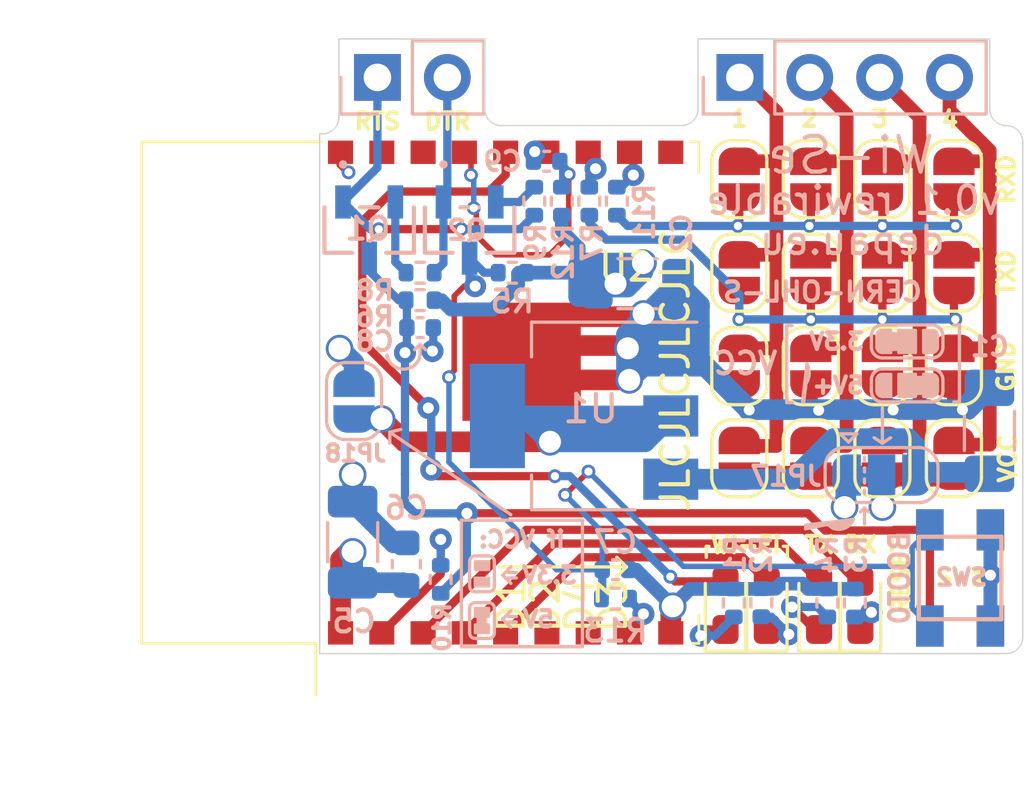
<source format=kicad_pcb>
(kicad_pcb (version 20171130) (host pcbnew 5.1.9)
  (layers (0 F.Cu signal) (1 In1.Cu power hide) (2 In2.Cu power hide) (31 B.Cu signal) (34 B.Paste user hide) (35 F.Paste user hide) (36 B.SilkS user) (37 F.SilkS user) (38 B.Mask user hide) (39 F.Mask user hide) (44 Edge.Cuts user))
  (net 0 "")
  (net 1 VCC)
  (net 2 GND)
  (net 3 +3V3)
  (net 4 EN)
  (net 5 BOOT0)
  (net 6 RST)
  (net 7 LED_WIFI)
  (net 8 "Net-(D1-Pad1)")
  (net 9 "Net-(D2-Pad1)")
  (net 10 LED_STATUS)
  (net 11 LED_TX)
  (net 12 "Net-(D3-Pad1)")
  (net 13 "Net-(D4-Pad1)")
  (net 14 LED_RX)
  (net 15 TXD)
  (net 16 RXD)
  (net 17 DTR)
  (net 18 RTS)
  (net 19 "Net-(Q1-Pad2)")
  (net 20 "Net-(Q2-Pad2)")
  (net 21 "Net-(R10-Pad1)")
  (net 22 "Net-(R11-Pad1)")
  (net 23 "Net-(R12-Pad1)")
  (net 24 "Net-(R13-Pad2)")
  (net 25 LINE1)
  (net 26 LINE2)
  (net 27 LINE3)
  (net 28 LINE4)
  (net 29 "Net-(C1-Pad1)")
  (net 30 "Net-(JP18-Pad1)")
  (module aliexpress-switch:Tactile_Push_Button_SMD_3x3x1.5mm.kicad_mod (layer F.Cu) (at 125.925 83.2 270)
    (fp_text reference SW1 (at -0.025 -0.05 180) (layer F.SilkS) (effects (font (size 0.6 0.6))))
    (fp_text value RESET)
    (pad 1 smd rect (at 1.75 -1.1 270) (size 1.5 1) (layers F.Cu F.Paste F.Mask) (net 2 GND))
    (pad 2 smd rect (at 1.75 1.1 270) (size 1.5 1) (layers F.Cu F.Paste F.Mask) (net 4 EN))
    (pad 2 smd rect (at -1.75 1.1 270) (size 1.5 1) (layers F.Cu F.Paste F.Mask) (net 4 EN))
    (pad 1 smd rect (at -1.75 -1.1 270) (size 1.5 1) (layers F.Cu F.Paste F.Mask) (net 2 GND))
  )
  (module Jumper:SolderJumper-3_P1.3mm_Bridged12_RoundedPad1.0x1.5mm (layer B.Cu) (at 123.07 79.46)
    (fp_text reference JP17 (at -3.47 0.04) (layer B.SilkS) (effects (font (size 0.7 0.7)) (justify mirror)))
    (fp_text value Vin_SELECT)
    (fp_poly (pts (xy -0.9 0.3) (xy -0.4 0.3) (xy -0.4 -0.3) (xy -0.9 -0.3)) (layer B.Cu) (width 0))
    (pad 3 smd custom (at 1.3 0) (size 1 0.5) (layers B.Cu B.Mask) (net 29 "Net-(C1-Pad1)") (options (clearance outline) (anchor rect)) (primitives (gr_circle (center 0 -0.25) (end 0.5 -0.25) (width 0)) (gr_circle (center 0 0.25) (end 0.5 0.25) (width 0)) (gr_poly (pts (xy -0.55 0.75) (xy 0 0.75) (xy 0 -0.75) (xy -0.55 -0.75)) (width 0))))
    (pad 2 smd rect (at 0 0) (size 1 1.5) (layers B.Cu B.Mask) (net 1 VCC))
    (pad 1 smd custom (at -1.3 0) (size 1 0.5) (layers B.Cu B.Mask) (net 3 +3V3) (options (clearance outline) (anchor rect)) (primitives (gr_circle (center 0 -0.25) (end 0.5 -0.25) (width 0)) (gr_circle (center 0 0.25) (end 0.5 0.25) (width 0)) (gr_poly (pts (xy 0.55 0.75) (xy 0 0.75) (xy 0 -0.75) (xy 0.55 -0.75)) (width 0))))
  )
  (module Capacitor_SMD:C_1206_3216Metric_Pad1.33x1.80mm_HandSolder (layer B.Cu) (at 126.99 77.85 90)
    (fp_text reference C1 (at 3.0625 0.01) (layer B.SilkS) (effects (font (size 0.7 0.7)) (justify mirror)))
    (fp_text value 10u)
    (pad 2 smd roundrect (at 1.5625 0 90) (size 1.325 1.8) (layers B.Cu B.Paste B.Mask) (roundrect_rratio 0.1886777358490566) (net 2 GND))
    (pad 1 smd roundrect (at -1.5625 0 90) (size 1.325 1.8) (layers B.Cu B.Paste B.Mask) (roundrect_rratio 0.1886777358490566) (net 29 "Net-(C1-Pad1)"))
  )
  (module Capacitor_SMD:C_1206_3216Metric (layer B.Cu) (at 114.2 72.5)
    (fp_text reference C2 (at 1.6 -1.85 270) (layer B.SilkS) (effects (font (size 0.7 0.7)) (justify mirror)))
    (fp_text value 10u)
    (pad 1 smd roundrect (at -1.475 0) (size 1.15 1.8) (layers B.Cu B.Paste B.Mask) (roundrect_rratio 0.2173904347826087) (net 3 +3V3))
    (pad 2 smd roundrect (at 1.475 0) (size 1.15 1.8) (layers B.Cu B.Paste B.Mask) (roundrect_rratio 0.2173904347826087) (net 2 GND))
  )
  (module Capacitor_SMD:C_1206_3216Metric (layer B.Cu) (at 103.85 81.9 90)
    (fp_text reference C5 (at -2.88 0.05) (layer B.SilkS) (effects (font (size 0.8 0.8)) (justify mirror)))
    (fp_text value 10u)
    (pad 2 smd roundrect (at 1.475 0 90) (size 1.15 1.8) (layers B.Cu B.Paste B.Mask) (roundrect_rratio 0.2173904347826087) (net 2 GND))
    (pad 1 smd roundrect (at -1.475 0 90) (size 1.15 1.8) (layers B.Cu B.Paste B.Mask) (roundrect_rratio 0.2173904347826087) (net 3 +3V3))
  )
  (module Capacitor_SMD:C_0603_1608Metric (layer B.Cu) (at 105.8 82.7 90)
    (fp_text reference C6 (at 2.05 0 180) (layer B.SilkS) (effects (font (size 0.8 0.8)) (justify mirror)))
    (fp_text value 0u1)
    (pad 1 smd roundrect (at -0.775 0 90) (size 0.9 0.95) (layers B.Cu B.Paste B.Mask) (net 3 +3V3))
    (pad 2 smd roundrect (at 0.775 0 90) (size 0.9 0.95) (layers B.Cu B.Paste B.Mask) (net 2 GND))
  )
  (module Capacitor_SMD:C_0402_1005Metric (layer B.Cu) (at 113.4 82.9)
    (fp_text reference C7 (at 0 -1) (layer B.SilkS) (effects (font (size 0.8 0.8)) (justify mirror)))
    (fp_text value 0u1)
    (pad 1 smd roundrect (at -0.48 0) (size 0.56 0.62) (layers B.Cu B.Paste B.Mask) (net 5 BOOT0))
    (pad 2 smd roundrect (at 0.48 0) (size 0.56 0.62) (layers B.Cu B.Paste B.Mask) (net 2 GND))
  )
  (module Capacitor_SMD:C_0402_1005Metric (layer B.Cu) (at 106.3 74.1)
    (fp_text reference C8 (at -1.65 0.5) (layer B.SilkS) (effects (font (size 0.7 0.7)) (justify mirror)))
    (fp_text value 0u1)
    (pad 2 smd roundrect (at 0.48 0) (size 0.56 0.62) (layers B.Cu B.Paste B.Mask) (net 2 GND))
    (pad 1 smd roundrect (at -0.48 0) (size 0.56 0.62) (layers B.Cu B.Paste B.Mask) (net 4 EN))
  )
  (module Capacitor_SMD:C_0402_1005Metric (layer B.Cu) (at 110.9 68.05 180)
    (fp_text reference C9 (at 1.6 0) (layer B.SilkS) (effects (font (size 0.7 0.7)) (justify mirror)))
    (fp_text value 0u1)
    (pad 1 smd roundrect (at -0.48 0 180) (size 0.56 0.62) (layers B.Cu B.Paste B.Mask) (net 6 RST))
    (pad 2 smd roundrect (at 0.48 0 180) (size 0.56 0.62) (layers B.Cu B.Paste B.Mask) (net 2 GND))
  )
  (module LED_SMD:LED_0603_1608Metric_Pad1.05x0.95mm_HandSolder (layer F.Cu) (at 117.4 84.2 90)
    (fp_text reference D1 (at 0 -7.8 90) (layer F.SilkS))
    (fp_text value BLUE)
    (pad 2 smd roundrect (at 0.875 0 90) (size 1.05 0.95) (layers F.Cu F.Paste F.Mask) (net 7 LED_WIFI))
    (pad 1 smd roundrect (at -0.875 0 90) (size 1.05 0.95) (layers F.Cu F.Paste F.Mask) (net 8 "Net-(D1-Pad1)"))
  )
  (module LED_SMD:LED_0603_1608Metric_Pad1.05x0.95mm_HandSolder (layer F.Cu) (at 118.9 84.2 90)
    (fp_text reference D2 (at 0 -8.05 90) (layer F.SilkS))
    (fp_text value AMBER)
    (pad 1 smd roundrect (at -0.875 0 90) (size 1.05 0.95) (layers F.Cu F.Paste F.Mask) (net 9 "Net-(D2-Pad1)"))
    (pad 2 smd roundrect (at 0.875 0 90) (size 1.05 0.95) (layers F.Cu F.Paste F.Mask) (net 10 LED_STATUS))
  )
  (module LED_SMD:LED_0603_1608Metric_Pad1.05x0.95mm_HandSolder (layer F.Cu) (at 122.3 84.2 90)
    (fp_text reference D3 (at 0 -9 90) (layer F.SilkS))
    (fp_text value RED_TX)
    (pad 2 smd roundrect (at 0.875 0 90) (size 1.05 0.95) (layers F.Cu F.Paste F.Mask) (net 11 LED_TX))
    (pad 1 smd roundrect (at -0.875 0 90) (size 1.05 0.95) (layers F.Cu F.Paste F.Mask) (net 12 "Net-(D3-Pad1)"))
  )
  (module LED_SMD:LED_0603_1608Metric_Pad1.05x0.95mm_HandSolder (layer F.Cu) (at 120.8 84.2 90)
    (fp_text reference D4 (at 0 -8.7 90) (layer F.SilkS))
    (fp_text value RED_RX)
    (pad 1 smd roundrect (at -0.875 0 90) (size 1.05 0.95) (layers F.Cu F.Paste F.Mask) (net 13 "Net-(D4-Pad1)"))
    (pad 2 smd roundrect (at 0.875 0 90) (size 1.05 0.95) (layers F.Cu F.Paste F.Mask) (net 14 LED_RX))
  )
  (module Connector_PinSocket_2.54mm:PinSocket_1x02_P2.54mm_Vertical (layer B.Cu) (at 104.75 65 270)
    (fp_text reference J1)
    (fp_text value FLASHING)
    (pad 1 thru_hole rect (at 0 0 270) (size 1.7 1.7) (drill 1) (layers *.Cu *.Mask) (net 18 RTS))
    (pad 2 thru_hole oval (at 0 -2.54 270) (size 1.7 1.7) (drill 1) (layers *.Cu *.Mask) (net 17 DTR))
  )
  (module Connector_PinSocket_2.54mm:PinSocket_1x04_P2.54mm_Vertical (layer B.Cu) (at 117.92 65 270)
    (fp_text reference J2)
    (fp_text value REWIRABLE)
    (pad 1 thru_hole rect (at 0 0 270) (size 1.7 1.7) (drill 1) (layers *.Cu *.Mask) (net 25 LINE1))
    (pad 2 thru_hole oval (at 0 -2.54 270) (size 1.7 1.7) (drill 1) (layers *.Cu *.Mask) (net 26 LINE2))
    (pad 3 thru_hole oval (at 0 -5.08 270) (size 1.7 1.7) (drill 1) (layers *.Cu *.Mask) (net 27 LINE3))
    (pad 4 thru_hole oval (at 0 -7.62 270) (size 1.7 1.7) (drill 1) (layers *.Cu *.Mask) (net 28 LINE4))
  )
  (module Jumper:SolderJumper-2_P1.3mm_Open_RoundedPad1.0x1.5mm (layer F.Cu) (at 117.9 78.85 270)
    (fp_text reference JP1)
    (fp_text value SolderJumper_2_Open_45)
    (pad 2 smd custom (at 0.65 0 270) (size 1 0.5) (layers F.Cu F.Mask) (net 1 VCC) (options (clearance outline) (anchor rect)) (primitives (gr_circle (center 0 0.25) (end 0.5 0.25) (width 0)) (gr_circle (center 0 -0.25) (end 0.5 -0.25) (width 0)) (gr_poly (pts (xy 0 -0.75) (xy -0.5 -0.75) (xy -0.5 0.75) (xy 0 0.75)) (width 0))))
    (pad 1 smd custom (at -0.65 0 270) (size 1 0.5) (layers F.Cu F.Mask) (net 25 LINE1) (options (clearance outline) (anchor rect)) (primitives (gr_circle (center 0 0.25) (end 0.5 0.25) (width 0)) (gr_circle (center 0 -0.25) (end 0.5 -0.25) (width 0)) (gr_poly (pts (xy 0 -0.75) (xy 0.5 -0.75) (xy 0.5 0.75) (xy 0 0.75)) (width 0))))
  )
  (module Jumper:SolderJumper-2_P1.3mm_Open_RoundedPad1.0x1.5mm (layer F.Cu) (at 120.5 78.85 270)
    (fp_text reference JP2)
    (fp_text value SolderJumper_2_Open_45)
    (pad 1 smd custom (at -0.65 0 270) (size 1 0.5) (layers F.Cu F.Mask) (net 26 LINE2) (options (clearance outline) (anchor rect)) (primitives (gr_circle (center 0 0.25) (end 0.5 0.25) (width 0)) (gr_circle (center 0 -0.25) (end 0.5 -0.25) (width 0)) (gr_poly (pts (xy 0 -0.75) (xy 0.5 -0.75) (xy 0.5 0.75) (xy 0 0.75)) (width 0))))
    (pad 2 smd custom (at 0.65 0 270) (size 1 0.5) (layers F.Cu F.Mask) (net 1 VCC) (options (clearance outline) (anchor rect)) (primitives (gr_circle (center 0 0.25) (end 0.5 0.25) (width 0)) (gr_circle (center 0 -0.25) (end 0.5 -0.25) (width 0)) (gr_poly (pts (xy 0 -0.75) (xy -0.5 -0.75) (xy -0.5 0.75) (xy 0 0.75)) (width 0))))
  )
  (module Jumper:SolderJumper-2_P1.3mm_Open_RoundedPad1.0x1.5mm (layer F.Cu) (at 123.1 78.85 270)
    (fp_text reference JP3)
    (fp_text value SolderJumper_2_Open_45)
    (pad 1 smd custom (at -0.65 0 270) (size 1 0.5) (layers F.Cu F.Mask) (net 27 LINE3) (options (clearance outline) (anchor rect)) (primitives (gr_circle (center 0 0.25) (end 0.5 0.25) (width 0)) (gr_circle (center 0 -0.25) (end 0.5 -0.25) (width 0)) (gr_poly (pts (xy 0 -0.75) (xy 0.5 -0.75) (xy 0.5 0.75) (xy 0 0.75)) (width 0))))
    (pad 2 smd custom (at 0.65 0 270) (size 1 0.5) (layers F.Cu F.Mask) (net 1 VCC) (options (clearance outline) (anchor rect)) (primitives (gr_circle (center 0 0.25) (end 0.5 0.25) (width 0)) (gr_circle (center 0 -0.25) (end 0.5 -0.25) (width 0)) (gr_poly (pts (xy 0 -0.75) (xy -0.5 -0.75) (xy -0.5 0.75) (xy 0 0.75)) (width 0))))
  )
  (module Jumper:SolderJumper-2_P1.3mm_Open_RoundedPad1.0x1.5mm (layer F.Cu) (at 125.7 78.85 270)
    (fp_text reference JP4)
    (fp_text value SolderJumper_2_Open_45)
    (pad 2 smd custom (at 0.65 0 270) (size 1 0.5) (layers F.Cu F.Mask) (net 1 VCC) (options (clearance outline) (anchor rect)) (primitives (gr_circle (center 0 0.25) (end 0.5 0.25) (width 0)) (gr_circle (center 0 -0.25) (end 0.5 -0.25) (width 0)) (gr_poly (pts (xy 0 -0.75) (xy -0.5 -0.75) (xy -0.5 0.75) (xy 0 0.75)) (width 0))))
    (pad 1 smd custom (at -0.65 0 270) (size 1 0.5) (layers F.Cu F.Mask) (net 28 LINE4) (options (clearance outline) (anchor rect)) (primitives (gr_circle (center 0 0.25) (end 0.5 0.25) (width 0)) (gr_circle (center 0 -0.25) (end 0.5 -0.25) (width 0)) (gr_poly (pts (xy 0 -0.75) (xy 0.5 -0.75) (xy 0.5 0.75) (xy 0 0.75)) (width 0))))
  )
  (module Jumper:SolderJumper-2_P1.3mm_Open_RoundedPad1.0x1.5mm (layer F.Cu) (at 117.9 68.7 270)
    (fp_text reference JP5)
    (fp_text value SolderJumper_2_Open_45)
    (pad 2 smd custom (at 0.65 0 270) (size 1 0.5) (layers F.Cu F.Mask) (net 16 RXD) (options (clearance outline) (anchor rect)) (primitives (gr_circle (center 0 0.25) (end 0.5 0.25) (width 0)) (gr_circle (center 0 -0.25) (end 0.5 -0.25) (width 0)) (gr_poly (pts (xy 0 -0.75) (xy -0.5 -0.75) (xy -0.5 0.75) (xy 0 0.75)) (width 0))))
    (pad 1 smd custom (at -0.65 0 270) (size 1 0.5) (layers F.Cu F.Mask) (net 25 LINE1) (options (clearance outline) (anchor rect)) (primitives (gr_circle (center 0 0.25) (end 0.5 0.25) (width 0)) (gr_circle (center 0 -0.25) (end 0.5 -0.25) (width 0)) (gr_poly (pts (xy 0 -0.75) (xy 0.5 -0.75) (xy 0.5 0.75) (xy 0 0.75)) (width 0))))
  )
  (module Jumper:SolderJumper-2_P1.3mm_Open_RoundedPad1.0x1.5mm (layer F.Cu) (at 120.5 68.7 270)
    (fp_text reference JP6)
    (fp_text value SolderJumper_2_Open_45)
    (pad 2 smd custom (at 0.65 0 270) (size 1 0.5) (layers F.Cu F.Mask) (net 16 RXD) (options (clearance outline) (anchor rect)) (primitives (gr_circle (center 0 0.25) (end 0.5 0.25) (width 0)) (gr_circle (center 0 -0.25) (end 0.5 -0.25) (width 0)) (gr_poly (pts (xy 0 -0.75) (xy -0.5 -0.75) (xy -0.5 0.75) (xy 0 0.75)) (width 0))))
    (pad 1 smd custom (at -0.65 0 270) (size 1 0.5) (layers F.Cu F.Mask) (net 26 LINE2) (options (clearance outline) (anchor rect)) (primitives (gr_circle (center 0 0.25) (end 0.5 0.25) (width 0)) (gr_circle (center 0 -0.25) (end 0.5 -0.25) (width 0)) (gr_poly (pts (xy 0 -0.75) (xy 0.5 -0.75) (xy 0.5 0.75) (xy 0 0.75)) (width 0))))
  )
  (module Jumper:SolderJumper-2_P1.3mm_Open_RoundedPad1.0x1.5mm (layer F.Cu) (at 123.1 68.7 270)
    (fp_text reference JP7)
    (fp_text value SolderJumper_2_Open_45)
    (pad 2 smd custom (at 0.65 0 270) (size 1 0.5) (layers F.Cu F.Mask) (net 16 RXD) (options (clearance outline) (anchor rect)) (primitives (gr_circle (center 0 0.25) (end 0.5 0.25) (width 0)) (gr_circle (center 0 -0.25) (end 0.5 -0.25) (width 0)) (gr_poly (pts (xy 0 -0.75) (xy -0.5 -0.75) (xy -0.5 0.75) (xy 0 0.75)) (width 0))))
    (pad 1 smd custom (at -0.65 0 270) (size 1 0.5) (layers F.Cu F.Mask) (net 27 LINE3) (options (clearance outline) (anchor rect)) (primitives (gr_circle (center 0 0.25) (end 0.5 0.25) (width 0)) (gr_circle (center 0 -0.25) (end 0.5 -0.25) (width 0)) (gr_poly (pts (xy 0 -0.75) (xy 0.5 -0.75) (xy 0.5 0.75) (xy 0 0.75)) (width 0))))
  )
  (module Jumper:SolderJumper-2_P1.3mm_Open_RoundedPad1.0x1.5mm (layer F.Cu) (at 125.7 68.7 270)
    (fp_text reference JP8)
    (fp_text value SolderJumper_2_Open_45)
    (pad 1 smd custom (at -0.65 0 270) (size 1 0.5) (layers F.Cu F.Mask) (net 28 LINE4) (options (clearance outline) (anchor rect)) (primitives (gr_circle (center 0 0.25) (end 0.5 0.25) (width 0)) (gr_circle (center 0 -0.25) (end 0.5 -0.25) (width 0)) (gr_poly (pts (xy 0 -0.75) (xy 0.5 -0.75) (xy 0.5 0.75) (xy 0 0.75)) (width 0))))
    (pad 2 smd custom (at 0.65 0 270) (size 1 0.5) (layers F.Cu F.Mask) (net 16 RXD) (options (clearance outline) (anchor rect)) (primitives (gr_circle (center 0 0.25) (end 0.5 0.25) (width 0)) (gr_circle (center 0 -0.25) (end 0.5 -0.25) (width 0)) (gr_poly (pts (xy 0 -0.75) (xy -0.5 -0.75) (xy -0.5 0.75) (xy 0 0.75)) (width 0))))
  )
  (module Jumper:SolderJumper-2_P1.3mm_Open_RoundedPad1.0x1.5mm (layer F.Cu) (at 117.9 72.1 270)
    (fp_text reference JP9)
    (fp_text value SolderJumper_2_Open_45)
    (pad 1 smd custom (at -0.65 0 270) (size 1 0.5) (layers F.Cu F.Mask) (net 25 LINE1) (options (clearance outline) (anchor rect)) (primitives (gr_circle (center 0 0.25) (end 0.5 0.25) (width 0)) (gr_circle (center 0 -0.25) (end 0.5 -0.25) (width 0)) (gr_poly (pts (xy 0 -0.75) (xy 0.5 -0.75) (xy 0.5 0.75) (xy 0 0.75)) (width 0))))
    (pad 2 smd custom (at 0.65 0 270) (size 1 0.5) (layers F.Cu F.Mask) (net 15 TXD) (options (clearance outline) (anchor rect)) (primitives (gr_circle (center 0 0.25) (end 0.5 0.25) (width 0)) (gr_circle (center 0 -0.25) (end 0.5 -0.25) (width 0)) (gr_poly (pts (xy 0 -0.75) (xy -0.5 -0.75) (xy -0.5 0.75) (xy 0 0.75)) (width 0))))
  )
  (module Jumper:SolderJumper-2_P1.3mm_Open_RoundedPad1.0x1.5mm (layer F.Cu) (at 120.5 72.1 270)
    (fp_text reference JP10)
    (fp_text value SolderJumper_2_Open_45)
    (pad 1 smd custom (at -0.65 0 270) (size 1 0.5) (layers F.Cu F.Mask) (net 26 LINE2) (options (clearance outline) (anchor rect)) (primitives (gr_circle (center 0 0.25) (end 0.5 0.25) (width 0)) (gr_circle (center 0 -0.25) (end 0.5 -0.25) (width 0)) (gr_poly (pts (xy 0 -0.75) (xy 0.5 -0.75) (xy 0.5 0.75) (xy 0 0.75)) (width 0))))
    (pad 2 smd custom (at 0.65 0 270) (size 1 0.5) (layers F.Cu F.Mask) (net 15 TXD) (options (clearance outline) (anchor rect)) (primitives (gr_circle (center 0 0.25) (end 0.5 0.25) (width 0)) (gr_circle (center 0 -0.25) (end 0.5 -0.25) (width 0)) (gr_poly (pts (xy 0 -0.75) (xy -0.5 -0.75) (xy -0.5 0.75) (xy 0 0.75)) (width 0))))
  )
  (module Jumper:SolderJumper-2_P1.3mm_Open_RoundedPad1.0x1.5mm (layer F.Cu) (at 123.1 72.1 270)
    (fp_text reference JP11)
    (fp_text value SolderJumper_2_Open_45)
    (pad 1 smd custom (at -0.65 0 270) (size 1 0.5) (layers F.Cu F.Mask) (net 27 LINE3) (options (clearance outline) (anchor rect)) (primitives (gr_circle (center 0 0.25) (end 0.5 0.25) (width 0)) (gr_circle (center 0 -0.25) (end 0.5 -0.25) (width 0)) (gr_poly (pts (xy 0 -0.75) (xy 0.5 -0.75) (xy 0.5 0.75) (xy 0 0.75)) (width 0))))
    (pad 2 smd custom (at 0.65 0 270) (size 1 0.5) (layers F.Cu F.Mask) (net 15 TXD) (options (clearance outline) (anchor rect)) (primitives (gr_circle (center 0 0.25) (end 0.5 0.25) (width 0)) (gr_circle (center 0 -0.25) (end 0.5 -0.25) (width 0)) (gr_poly (pts (xy 0 -0.75) (xy -0.5 -0.75) (xy -0.5 0.75) (xy 0 0.75)) (width 0))))
  )
  (module Jumper:SolderJumper-2_P1.3mm_Open_RoundedPad1.0x1.5mm (layer F.Cu) (at 125.7 72.1 270)
    (fp_text reference JP12)
    (fp_text value SolderJumper_2_Open_45)
    (pad 2 smd custom (at 0.65 0 270) (size 1 0.5) (layers F.Cu F.Mask) (net 15 TXD) (options (clearance outline) (anchor rect)) (primitives (gr_circle (center 0 0.25) (end 0.5 0.25) (width 0)) (gr_circle (center 0 -0.25) (end 0.5 -0.25) (width 0)) (gr_poly (pts (xy 0 -0.75) (xy -0.5 -0.75) (xy -0.5 0.75) (xy 0 0.75)) (width 0))))
    (pad 1 smd custom (at -0.65 0 270) (size 1 0.5) (layers F.Cu F.Mask) (net 28 LINE4) (options (clearance outline) (anchor rect)) (primitives (gr_circle (center 0 0.25) (end 0.5 0.25) (width 0)) (gr_circle (center 0 -0.25) (end 0.5 -0.25) (width 0)) (gr_poly (pts (xy 0 -0.75) (xy 0.5 -0.75) (xy 0.5 0.75) (xy 0 0.75)) (width 0))))
  )
  (module Jumper:SolderJumper-2_P1.3mm_Open_RoundedPad1.0x1.5mm (layer F.Cu) (at 117.9 75.5 270)
    (fp_text reference JP13)
    (fp_text value SolderJumper_2_Open_45)
    (pad 2 smd custom (at 0.65 0 270) (size 1 0.5) (layers F.Cu F.Mask) (net 2 GND) (options (clearance outline) (anchor rect)) (primitives (gr_circle (center 0 0.25) (end 0.5 0.25) (width 0)) (gr_circle (center 0 -0.25) (end 0.5 -0.25) (width 0)) (gr_poly (pts (xy 0 -0.75) (xy -0.5 -0.75) (xy -0.5 0.75) (xy 0 0.75)) (width 0))))
    (pad 1 smd custom (at -0.65 0 270) (size 1 0.5) (layers F.Cu F.Mask) (net 25 LINE1) (options (clearance outline) (anchor rect)) (primitives (gr_circle (center 0 0.25) (end 0.5 0.25) (width 0)) (gr_circle (center 0 -0.25) (end 0.5 -0.25) (width 0)) (gr_poly (pts (xy 0 -0.75) (xy 0.5 -0.75) (xy 0.5 0.75) (xy 0 0.75)) (width 0))))
  )
  (module Jumper:SolderJumper-2_P1.3mm_Open_RoundedPad1.0x1.5mm (layer F.Cu) (at 120.5 75.5 270)
    (fp_text reference JP14)
    (fp_text value SolderJumper_2_Open_45)
    (pad 2 smd custom (at 0.65 0 270) (size 1 0.5) (layers F.Cu F.Mask) (net 2 GND) (options (clearance outline) (anchor rect)) (primitives (gr_circle (center 0 0.25) (end 0.5 0.25) (width 0)) (gr_circle (center 0 -0.25) (end 0.5 -0.25) (width 0)) (gr_poly (pts (xy 0 -0.75) (xy -0.5 -0.75) (xy -0.5 0.75) (xy 0 0.75)) (width 0))))
    (pad 1 smd custom (at -0.65 0 270) (size 1 0.5) (layers F.Cu F.Mask) (net 26 LINE2) (options (clearance outline) (anchor rect)) (primitives (gr_circle (center 0 0.25) (end 0.5 0.25) (width 0)) (gr_circle (center 0 -0.25) (end 0.5 -0.25) (width 0)) (gr_poly (pts (xy 0 -0.75) (xy 0.5 -0.75) (xy 0.5 0.75) (xy 0 0.75)) (width 0))))
  )
  (module Jumper:SolderJumper-2_P1.3mm_Open_RoundedPad1.0x1.5mm (layer F.Cu) (at 123.1 75.5 270)
    (fp_text reference JP15)
    (fp_text value SolderJumper_2_Open_45)
    (pad 1 smd custom (at -0.65 0 270) (size 1 0.5) (layers F.Cu F.Mask) (net 27 LINE3) (options (clearance outline) (anchor rect)) (primitives (gr_circle (center 0 0.25) (end 0.5 0.25) (width 0)) (gr_circle (center 0 -0.25) (end 0.5 -0.25) (width 0)) (gr_poly (pts (xy 0 -0.75) (xy 0.5 -0.75) (xy 0.5 0.75) (xy 0 0.75)) (width 0))))
    (pad 2 smd custom (at 0.65 0 270) (size 1 0.5) (layers F.Cu F.Mask) (net 2 GND) (options (clearance outline) (anchor rect)) (primitives (gr_circle (center 0 0.25) (end 0.5 0.25) (width 0)) (gr_circle (center 0 -0.25) (end 0.5 -0.25) (width 0)) (gr_poly (pts (xy 0 -0.75) (xy -0.5 -0.75) (xy -0.5 0.75) (xy 0 0.75)) (width 0))))
  )
  (module Jumper:SolderJumper-2_P1.3mm_Open_RoundedPad1.0x1.5mm (layer F.Cu) (at 125.7 75.5 270)
    (fp_text reference JP16)
    (fp_text value SolderJumper_2_Open_45)
    (pad 1 smd custom (at -0.65 0 270) (size 1 0.5) (layers F.Cu F.Mask) (net 28 LINE4) (options (clearance outline) (anchor rect)) (primitives (gr_circle (center 0 0.25) (end 0.5 0.25) (width 0)) (gr_circle (center 0 -0.25) (end 0.5 -0.25) (width 0)) (gr_poly (pts (xy 0 -0.75) (xy 0.5 -0.75) (xy 0.5 0.75) (xy 0 0.75)) (width 0))))
    (pad 2 smd custom (at 0.65 0 270) (size 1 0.5) (layers F.Cu F.Mask) (net 2 GND) (options (clearance outline) (anchor rect)) (primitives (gr_circle (center 0 0.25) (end 0.5 0.25) (width 0)) (gr_circle (center 0 -0.25) (end 0.5 -0.25) (width 0)) (gr_poly (pts (xy 0 -0.75) (xy -0.5 -0.75) (xy -0.5 0.75) (xy 0 0.75)) (width 0))))
  )
  (module SS8050-G:SS8050-G (layer B.Cu) (at 104.45 70.55)
    (fp_text reference Q1 (at -0.05 -0.05) (layer B.SilkS) (effects (font (size 0.8 0.8)) (justify mirror)))
    (fp_text value SS8050-G hide)
    (pad 3 smd rect (at 0 1.021) (size 0.568 1.207999) (layers B.Cu B.Paste B.Mask) (net 4 EN))
    (pad 2 smd rect (at 0.950001 -1.020999) (size 0.568 1.207999) (layers B.Cu B.Paste B.Mask) (net 19 "Net-(Q1-Pad2)"))
    (pad 1 smd rect (at -0.950001 -1.020999) (size 0.568 1.207999) (layers B.Cu B.Paste B.Mask) (net 18 RTS))
  )
  (module SS8050-G:SS8050-G (layer B.Cu) (at 108.1 70.55)
    (fp_text reference Q2 (at -0.1 0) (layer B.SilkS) (effects (font (size 0.7 0.7)) (justify mirror)))
    (fp_text value SS8050-G hide)
    (pad 1 smd rect (at -0.950001 -1.020999) (size 0.568 1.207999) (layers B.Cu B.Paste B.Mask) (net 17 DTR))
    (pad 2 smd rect (at 0.950001 -1.020999) (size 0.568 1.207999) (layers B.Cu B.Paste B.Mask) (net 20 "Net-(Q2-Pad2)"))
    (pad 3 smd rect (at 0 1.021) (size 0.568 1.207999) (layers B.Cu B.Paste B.Mask) (net 5 BOOT0))
  )
  (module Resistor_SMD:R_0402_1005Metric (layer B.Cu) (at 117.7 84.11 270)
    (fp_text reference R1 (at -1.76 -0.05 270) (layer B.SilkS) (effects (font (size 0.7 0.7)) (justify mirror)))
    (fp_text value 1k5)
    (pad 1 smd roundrect (at -0.51 0 270) (size 0.54 0.64) (layers B.Cu B.Paste B.Mask) (net 2 GND))
    (pad 2 smd roundrect (at 0.51 0 270) (size 0.54 0.64) (layers B.Cu B.Paste B.Mask) (net 8 "Net-(D1-Pad1)"))
  )
  (module Resistor_SMD:R_0402_1005Metric (layer B.Cu) (at 118.7 84.1 270)
    (fp_text reference R2 (at -1.75 0 270) (layer B.SilkS) (effects (font (size 0.7 0.7)) (justify mirror)))
    (fp_text value 2k2)
    (pad 2 smd roundrect (at 0.51 0 270) (size 0.54 0.64) (layers B.Cu B.Paste B.Mask) (net 9 "Net-(D2-Pad1)"))
    (pad 1 smd roundrect (at -0.51 0 270) (size 0.54 0.64) (layers B.Cu B.Paste B.Mask) (net 2 GND))
  )
  (module Resistor_SMD:R_0402_1005Metric (layer B.Cu) (at 122.1 84.11 270)
    (fp_text reference R3 (at -1.76 -0.05 270) (layer B.SilkS) (effects (font (size 0.7 0.7)) (justify mirror)))
    (fp_text value 2k2)
    (pad 2 smd roundrect (at 0.51 0 270) (size 0.54 0.64) (layers B.Cu B.Paste B.Mask) (net 12 "Net-(D3-Pad1)"))
    (pad 1 smd roundrect (at -0.51 0 270) (size 0.54 0.64) (layers B.Cu B.Paste B.Mask) (net 2 GND))
  )
  (module Resistor_SMD:R_0402_1005Metric (layer B.Cu) (at 121.1 84.11 270)
    (fp_text reference R4 (at -1.76 0 90) (layer B.SilkS) (effects (font (size 0.7 0.7)) (justify mirror)))
    (fp_text value 2k2)
    (pad 2 smd roundrect (at 0.51 0 270) (size 0.54 0.64) (layers B.Cu B.Paste B.Mask) (net 13 "Net-(D4-Pad1)"))
    (pad 1 smd roundrect (at -0.51 0 270) (size 0.54 0.64) (layers B.Cu B.Paste B.Mask) (net 2 GND))
  )
  (module Resistor_SMD:R_0402_1005Metric (layer B.Cu) (at 109.65 72.1 180)
    (fp_text reference R5 (at 0 -1.05) (layer B.SilkS) (effects (font (size 0.8 0.8)) (justify mirror)))
    (fp_text value 10k)
    (pad 1 smd roundrect (at -0.51 0 180) (size 0.54 0.64) (layers B.Cu B.Paste B.Mask) (net 3 +3V3))
    (pad 2 smd roundrect (at 0.51 0 180) (size 0.54 0.64) (layers B.Cu B.Paste B.Mask) (net 5 BOOT0))
  )
  (module Resistor_SMD:R_0402_1005Metric (layer B.Cu) (at 106.3 73.1 180)
    (fp_text reference R6 (at 1.65 -0.6) (layer B.SilkS) (effects (font (size 0.7 0.7)) (justify mirror)))
    (fp_text value 10k)
    (pad 2 smd roundrect (at 0.51 0 180) (size 0.54 0.64) (layers B.Cu B.Paste B.Mask) (net 4 EN))
    (pad 1 smd roundrect (at -0.51 0 180) (size 0.54 0.64) (layers B.Cu B.Paste B.Mask) (net 3 +3V3))
  )
  (module Resistor_SMD:R_0402_1005Metric (layer B.Cu) (at 111.45 69.5 90)
    (fp_text reference R7 (at -1.5 1.1 270) (layer B.SilkS) (effects (font (size 0.7 0.7)) (justify mirror)))
    (fp_text value 10k)
    (pad 1 smd roundrect (at -0.51 0 90) (size 0.54 0.64) (layers B.Cu B.Paste B.Mask) (net 3 +3V3))
    (pad 2 smd roundrect (at 0.51 0 90) (size 0.54 0.64) (layers B.Cu B.Paste B.Mask) (net 6 RST))
  )
  (module Resistor_SMD:R_0402_1005Metric (layer B.Cu) (at 106.3 72.1)
    (fp_text reference R8 (at -1.65 0.65) (layer B.SilkS) (effects (font (size 0.7 0.7)) (justify mirror)))
    (fp_text value 10k)
    (pad 2 smd roundrect (at 0.51 0) (size 0.54 0.64) (layers B.Cu B.Paste B.Mask) (net 17 DTR))
    (pad 1 smd roundrect (at -0.51 0) (size 0.54 0.64) (layers B.Cu B.Paste B.Mask) (net 19 "Net-(Q1-Pad2)"))
  )
  (module Resistor_SMD:R_0402_1005Metric (layer B.Cu) (at 110.45 69.5 270)
    (fp_text reference R9 (at 1.5 -0.05 270) (layer B.SilkS) (effects (font (size 0.7 0.7)) (justify mirror)))
    (fp_text value 10k)
    (pad 1 smd roundrect (at -0.51 0 270) (size 0.54 0.64) (layers B.Cu B.Paste B.Mask) (net 20 "Net-(Q2-Pad2)"))
    (pad 2 smd roundrect (at 0.51 0 270) (size 0.54 0.64) (layers B.Cu B.Paste B.Mask) (net 18 RTS))
  )
  (module Resistor_SMD:R_0402_1005Metric (layer B.Cu) (at 113.45 69.5 270)
    (fp_text reference R11 (at 0.4 -1 270) (layer B.SilkS) (effects (font (size 0.7 0.7)) (justify mirror)))
    (fp_text value 1k)
    (pad 1 smd roundrect (at -0.51 0 270) (size 0.54 0.64) (layers B.Cu B.Paste B.Mask) (net 22 "Net-(R11-Pad1)"))
    (pad 2 smd roundrect (at 0.51 0 270) (size 0.54 0.64) (layers B.Cu B.Paste B.Mask) (net 16 RXD))
  )
  (module Resistor_SMD:R_0402_1005Metric (layer B.Cu) (at 112.45 69.5 270)
    (fp_text reference R12 (at 1.85 0.95 270) (layer B.SilkS) (effects (font (size 0.7 0.7)) (justify mirror)))
    (fp_text value 1k)
    (pad 1 smd roundrect (at -0.51 0 270) (size 0.54 0.64) (layers B.Cu B.Paste B.Mask) (net 23 "Net-(R12-Pad1)"))
    (pad 2 smd roundrect (at 0.51 0 270) (size 0.54 0.64) (layers B.Cu B.Paste B.Mask) (net 15 TXD))
  )
  (module Package_TO_SOT_SMD:SOT-223-3_TabPin2 (layer B.Cu) (at 112.26 77.31 180)
    (fp_text reference U1 (at -0.24 0.26) (layer B.SilkS) (effects (justify mirror)))
    (fp_text value AMS1117-3.3)
    (pad 2 smd rect (at 3.15 0 180) (size 2 3.8) (layers B.Cu B.Paste B.Mask) (net 30 "Net-(JP18-Pad1)"))
    (pad 2 smd rect (at -3.15 0 180) (size 2 1.5) (layers B.Cu B.Paste B.Mask) (net 30 "Net-(JP18-Pad1)"))
    (pad 3 smd rect (at -3.15 -2.3 180) (size 2 1.5) (layers B.Cu B.Paste B.Mask) (net 29 "Net-(C1-Pad1)"))
    (pad 1 smd rect (at -3.15 2.3 180) (size 2 1.5) (layers B.Cu B.Paste B.Mask) (net 2 GND))
  )
  (module RF_Module:ESP-WROOM-02 (layer F.Cu) (at 109.41 76.46 90)
    (fp_text reference U2 (at 4.56 4.39) (layer F.SilkS))
    (fp_text value ESP-WROOM-02)
    (pad 18 smd rect (at 8.7375 -6 90) (size 0.85 0.9125) (layers F.Cu F.Paste F.Mask) (net 2 GND))
    (pad 17 smd rect (at 8.7375 -4.5 90) (size 0.85 0.9125) (layers F.Cu F.Paste F.Mask))
    (pad 16 smd rect (at 8.7375 -3 90) (size 0.85 0.9125) (layers F.Cu F.Paste F.Mask))
    (pad 15 smd rect (at 8.7375 -1.5 90) (size 0.85 0.9125) (layers F.Cu F.Paste F.Mask) (net 6 RST))
    (pad 14 smd rect (at 8.7375 0 90) (size 0.85 0.9125) (layers F.Cu F.Paste F.Mask) (net 7 LED_WIFI))
    (pad 13 smd rect (at 8.7375 1.5 90) (size 0.85 0.9125) (layers F.Cu F.Paste F.Mask) (net 2 GND))
    (pad 12 smd rect (at 8.7375 3 90) (size 0.85 0.9125) (layers F.Cu F.Paste F.Mask) (net 23 "Net-(R12-Pad1)"))
    (pad 11 smd rect (at 8.7375 4.5 90) (size 0.85 0.9125) (layers F.Cu F.Paste F.Mask) (net 22 "Net-(R11-Pad1)"))
    (pad 10 smd rect (at 8.7375 6 90) (size 0.85 0.9125) (layers F.Cu F.Paste F.Mask))
    (pad 9 smd rect (at -8.7375 6 90) (size 0.85 0.9125) (layers F.Cu F.Paste F.Mask) (net 2 GND))
    (pad 8 smd rect (at -8.7375 4.5 90) (size 0.85 0.9125) (layers F.Cu F.Paste F.Mask) (net 24 "Net-(R13-Pad2)"))
    (pad 7 smd rect (at -8.7375 3 90) (size 0.85 0.9125) (layers F.Cu F.Paste F.Mask))
    (pad 6 smd rect (at -8.7375 1.5 90) (size 0.85 0.9125) (layers F.Cu F.Paste F.Mask))
    (pad 5 smd rect (at -8.7375 0 90) (size 0.85 0.9125) (layers F.Cu F.Paste F.Mask) (net 10 LED_STATUS))
    (pad 4 smd rect (at -8.7375 -1.5 90) (size 0.85 0.9125) (layers F.Cu F.Paste F.Mask) (net 14 LED_RX))
    (pad 3 smd rect (at -8.7375 -3 90) (size 0.85 0.9125) (layers F.Cu F.Paste F.Mask) (net 11 LED_TX))
    (pad 2 smd rect (at -8.7375 -4.5 90) (size 0.85 0.9125) (layers F.Cu F.Paste F.Mask) (net 21 "Net-(R10-Pad1)"))
    (pad 1 smd rect (at -8.7375 -6 90) (size 0.85 0.9125) (layers F.Cu F.Paste F.Mask) (net 3 +3V3))
    (pad 19 smd rect (at 1.12 0.58 90) (size 4.3 4.3) (layers F.Cu F.Paste F.Mask) (net 2 GND))
  )
  (module Resistor_SMD:R_0402_1005Metric (layer B.Cu) (at 107.05 83.25 270)
    (fp_text reference R10 (at 1.75 -0.05 270) (layer B.SilkS) (effects (font (size 0.6 0.6)) (justify mirror)))
    (fp_text value 1k)
    (pad 1 smd roundrect (at -0.51 0 270) (size 0.54 0.64) (layers B.Cu B.Paste B.Mask) (net 21 "Net-(R10-Pad1)"))
    (pad 2 smd roundrect (at 0.51 0 270) (size 0.54 0.64) (layers B.Cu B.Paste B.Mask) (net 4 EN))
  )
  (module Resistor_SMD:R_0402_1005Metric (layer B.Cu) (at 113.4 83.95)
    (fp_text reference R13 (at 0 1.17) (layer B.SilkS) (effects (font (size 0.8 0.8)) (justify mirror)))
    (fp_text value 1k)
    (pad 2 smd roundrect (at 0.51 0) (size 0.54 0.64) (layers B.Cu B.Paste B.Mask) (net 24 "Net-(R13-Pad2)"))
    (pad 1 smd roundrect (at -0.51 0) (size 0.54 0.64) (layers B.Cu B.Paste B.Mask) (net 5 BOOT0))
  )
  (module Jumper:SolderJumper-2_P1.3mm_Open_RoundedPad1.0x1.5mm (layer B.Cu) (at 103.9 76.77 90)
    (fp_text reference JP18 (at -1.9 0.05 180) (layer B.SilkS) (effects (font (size 0.6 0.6)) (justify mirror)))
    (fp_text value LDO_DISCONN)
    (pad 1 smd custom (at -0.65 0 90) (size 1 0.5) (layers B.Cu B.Mask) (net 30 "Net-(JP18-Pad1)") (options (clearance outline) (anchor rect)) (primitives (gr_circle (center 0 -0.25) (end 0.5 -0.25) (width 0)) (gr_circle (center 0 0.25) (end 0.5 0.25) (width 0)) (gr_poly (pts (xy 0 0.75) (xy 0.5 0.75) (xy 0.5 -0.75) (xy 0 -0.75)) (width 0))))
    (pad 2 smd custom (at 0.65 0 90) (size 1 0.5) (layers B.Cu B.Mask) (net 3 +3V3) (options (clearance outline) (anchor rect)) (primitives (gr_circle (center 0 -0.25) (end 0.5 -0.25) (width 0)) (gr_circle (center 0 0.25) (end 0.5 0.25) (width 0)) (gr_poly (pts (xy 0 0.75) (xy -0.5 0.75) (xy -0.5 -0.75) (xy 0 -0.75)) (width 0))))
  )
  (module aliexpress-switch:Tactile_Push_Button_SMD_3x3x1.5mm.kicad_mod (layer B.Cu) (at 125.925 83.2 90)
    (fp_text reference SW2 (at 0.025 0.05 180) (layer B.SilkS) (effects (font (size 0.6 0.6)) (justify mirror)))
    (fp_text value BOOT0)
    (pad 1 smd rect (at -1.75 1.1 90) (size 1.5 1) (layers B.Cu B.Paste B.Mask) (net 2 GND))
    (pad 2 smd rect (at -1.75 -1.1 90) (size 1.5 1) (layers B.Cu B.Paste B.Mask) (net 5 BOOT0))
    (pad 2 smd rect (at 1.75 -1.1 90) (size 1.5 1) (layers B.Cu B.Paste B.Mask) (net 5 BOOT0))
    (pad 1 smd rect (at 1.75 1.1 90) (size 1.5 1) (layers B.Cu B.Paste B.Mask) (net 2 GND))
  )
  (gr_arc (start 119.725 75.75) (end 120.299999 76.174999) (angle -64.02204597) (layer B.SilkS) (width 0.12))
  (gr_poly (pts (xy 120.25 76.8) (xy 120.2 76.8) (xy 120.275 76.225) (xy 120.325 76.225)) (layer B.SilkS) (width 0.1))
  (gr_line (start 120.2 76.8) (end 120.358922 75.419258) (layer B.SilkS) (width 0.12))
  (gr_line (start 122.45 80.7) (end 122.45 81.25) (layer B.SilkS) (width 0.12))
  (gr_line (start 122.45 80.65) (end 122.6 80.8) (layer B.SilkS) (width 0.12))
  (gr_line (start 122.3 80.8) (end 122.45 80.65) (layer B.SilkS) (width 0.12))
  (gr_poly (pts (xy 121.9 81.275) (xy 121.75 81.375) (xy 121.5 81.425) (xy 121.3 81.375) (xy 121.15 81.225) (xy 121.2 81.175) (xy 122 81.075)) (layer B.SilkS) (width 0.1))
  (gr_line (start 122.45 80) (end 122.45 80.15) (layer B.SilkS) (width 0.12))
  (gr_line (start 122.45 79.6) (end 122.45 79.75) (layer B.SilkS) (width 0.12))
  (gr_line (start 122.45 79.2) (end 122.45 79.35) (layer B.SilkS) (width 0.12))
  (gr_line (start 122.45 78.8) (end 122.45 78.95) (layer B.SilkS) (width 0.12))
  (gr_arc (start 121.515633 80.852347) (end 121.315633 81.395599) (angle -87.59147651) (layer B.SilkS) (width 0.12))
  (gr_arc (start 121.455 81.06307) (end 121.155001 81.263069) (angle -33.57081696) (layer B.SilkS) (width 0.12))
  (gr_poly (pts (xy 121.05 81.275) (xy 120.3 81.425) (xy 120.3 81.275) (xy 121.1 81.175)) (layer B.SilkS) (width 0.1))
  (gr_line (start 120.35 81.275) (end 122.05 81.075) (layer B.SilkS) (width 0.12))
  (gr_line (start 123.1 78.3) (end 123.4 78.1) (layer B.SilkS) (width 0.12))
  (gr_line (start 123.1 78.3) (end 122.8 78.1) (layer B.SilkS) (width 0.12))
  (gr_line (start 123.1 77) (end 123.1 78.3) (layer B.SilkS) (width 0.12))
  (gr_line (start 125.7 76.8) (end 125.9 76.8) (layer B.SilkS) (width 0.12))
  (gr_line (start 125.9 76.8) (end 125.9 74) (layer B.SilkS) (width 0.12))
  (gr_line (start 125.9 74) (end 125.7 74) (layer B.SilkS) (width 0.12))
  (gr_line (start 105.2 77.9) (end 105.6 77.8) (layer B.SilkS) (width 0.12))
  (gr_line (start 105.2 77.9) (end 105.2 78.3) (layer B.SilkS) (width 0.12))
  (gr_line (start 105.2 77.9) (end 109.6 80.9) (layer B.SilkS) (width 0.12))
  (gr_line (start 107.8 85.7) (end 107.8 81.1) (layer B.SilkS) (width 0.12))
  (gr_line (start 112.2 85.7) (end 107.8 85.7) (layer B.SilkS) (width 0.12))
  (gr_line (start 112.2 81.1) (end 112.2 85.7) (layer B.SilkS) (width 0.12))
  (gr_line (start 107.8 81.1) (end 112.2 81.1) (layer B.SilkS) (width 0.12))
  (gr_line (start 109.5 83.2) (end 109.8 83.2) (layer B.SilkS) (width 0.12))
  (gr_line (start 109.5 83) (end 109.8 83) (layer B.SilkS) (width 0.12))
  (gr_line (start 109.6 82.8) (end 109.3 83.1) (layer B.SilkS) (width 0.12))
  (gr_text 3.3V (at 111 83.1) (layer B.SilkS) (effects (font (size 0.6 0.6)) (justify mirror)))
  (gr_line (start 109.3 83.1) (end 109.6 83.4) (layer B.SilkS) (width 0.12))
  (gr_line (start 109.3 84.7) (end 109.6 85) (layer B.SilkS) (width 0.12))
  (gr_line (start 109.6 84.4) (end 109.3 84.7) (layer B.SilkS) (width 0.12))
  (gr_line (start 109.5 84.8) (end 109.8 84.8) (layer B.SilkS) (width 0.12))
  (gr_line (start 109.5 84.6) (end 109.8 84.6) (layer B.SilkS) (width 0.12))
  (gr_text 5V (at 110.6 84.7) (layer B.SilkS) (effects (font (size 0.6 0.6)) (justify mirror)))
  (gr_text "if VCC:" (at 110 81.8) (layer B.SilkS) (effects (font (size 0.6 0.6)) (justify mirror)))
  (gr_poly (pts (xy 108.7 85) (xy 108.4 85) (xy 108.4 84.4) (xy 108.7 84.4)) (layer B.SilkS) (width 0.1))
  (gr_line (start 108.3 84.1) (end 108.8 84.1) (layer B.SilkS) (width 0.12))
  (gr_arc (start 108.3 85.2) (end 108.1 85.2) (angle -90) (layer B.SilkS) (width 0.12))
  (gr_poly (pts (xy 108.8 84.3) (xy 108.8 84.6) (xy 108.3 84.6) (xy 108.3 84.3)) (layer B.SilkS) (width 0.1))
  (gr_line (start 108.1 85.2) (end 108.1 84.3) (layer B.SilkS) (width 0.12))
  (gr_poly (pts (xy 108.8 84.9) (xy 108.8 85.2) (xy 108.3 85.2) (xy 108.3 84.9)) (layer B.SilkS) (width 0.1))
  (gr_line (start 108.3 85.4) (end 108.8 85.4) (layer B.SilkS) (width 0.12))
  (gr_arc (start 108.8 84.3) (end 109 84.3) (angle -90) (layer B.SilkS) (width 0.12))
  (gr_line (start 109 85.2) (end 109 84.3) (layer B.SilkS) (width 0.12))
  (gr_arc (start 108.3 84.3) (end 108.3 84.1) (angle -90) (layer B.SilkS) (width 0.12))
  (gr_arc (start 108.8 85.2) (end 108.8 85.4) (angle -90) (layer B.SilkS) (width 0.12))
  (gr_poly (pts (xy 108.8 82.6) (xy 108.8 82.9) (xy 108.3 82.9) (xy 108.3 82.6)) (layer B.SilkS) (width 0.1))
  (gr_poly (pts (xy 108.8 83.2) (xy 108.8 83.5) (xy 108.3 83.5) (xy 108.3 83.2)) (layer B.SilkS) (width 0.1))
  (gr_arc (start 108.3 83.5) (end 108.1 83.5) (angle -90) (layer B.SilkS) (width 0.12))
  (gr_arc (start 108.8 83.5) (end 108.8 83.7) (angle -90) (layer B.SilkS) (width 0.12))
  (gr_arc (start 108.8 82.6) (end 109 82.6) (angle -90) (layer B.SilkS) (width 0.12))
  (gr_arc (start 108.3 82.6) (end 108.3 82.4) (angle -90) (layer B.SilkS) (width 0.12))
  (gr_line (start 108.3 83.7) (end 108.8 83.7) (layer B.SilkS) (width 0.12))
  (gr_line (start 108.3 82.4) (end 108.8 82.4) (layer B.SilkS) (width 0.12))
  (gr_line (start 109 83.5) (end 109 82.6) (layer B.SilkS) (width 0.12))
  (gr_line (start 108.1 83.5) (end 108.1 82.6) (layer B.SilkS) (width 0.12))
  (gr_line (start 119.625 76.825) (end 119.825 76.825) (layer B.SilkS) (width 0.12))
  (gr_line (start 119.625 74.025) (end 119.625 76.825) (layer B.SilkS) (width 0.12))
  (gr_line (start 119.825 74.025) (end 119.625 74.025) (layer B.SilkS) (width 0.12))
  (gr_text VCC (at 118.125 75.4) (layer B.SilkS) (effects (font (size 0.8 0.8)) (justify mirror)))
  (gr_text 5V+ (at 122.5 76.2) (layer B.SilkS) (effects (font (size 0.6 0.6)) (justify left mirror)))
  (gr_text 3.3V (at 122.5 74.6) (layer B.SilkS) (effects (font (size 0.6 0.6)) (justify left mirror)))
  (gr_line (start 106.299999 75.100001) (end 106.3 74.8) (layer B.SilkS) (width 0.12))
  (gr_arc (start 105.7 75) (end 105.100001 75.099999) (angle -161.0753556) (layer B.SilkS) (width 0.12))
  (gr_line (start 106.3 74.7) (end 106.5 74.9) (layer B.SilkS) (width 0.12))
  (gr_line (start 106.3 74.7) (end 106.1 74.9) (layer B.SilkS) (width 0.12))
  (gr_poly (pts (xy 124.7 76.5) (xy 124.2 76.5) (xy 124.2 75.9) (xy 124.7 75.9)) (layer B.SilkS) (width 0.1))
  (gr_poly (pts (xy 123.8 74.9) (xy 123.3 74.9) (xy 123.3 74.3) (xy 123.8 74.3)) (layer B.SilkS) (width 0.1))
  (gr_line (start 124.3 74.2) (end 123.7 74.2) (layer B.SilkS) (width 0.12))
  (gr_line (start 123.4 75) (end 123.1 75) (layer B.SilkS) (width 0.12))
  (gr_poly (pts (xy 122.9 74.8) (xy 122.9 74.4) (xy 123.1 74.2) (xy 123.4 74.2) (xy 123.4 75) (xy 123.1 75)) (layer B.SilkS) (width 0.1))
  (gr_poly (pts (xy 125.1 74.4) (xy 125.1 74.8) (xy 124.9 75) (xy 124.6 75) (xy 124.6 74.2) (xy 124.9 74.2)) (layer B.SilkS) (width 0.1))
  (gr_line (start 124.6 74.2) (end 124.6 75) (layer B.SilkS) (width 0.12))
  (gr_arc (start 124.9 74.8) (end 124.9 75) (angle -90) (layer B.SilkS) (width 0.12))
  (gr_arc (start 124.9 74.4) (end 125.1 74.4) (angle -90) (layer B.SilkS) (width 0.12))
  (gr_arc (start 123.1 74.8) (end 122.7 74.8) (angle -90) (layer B.SilkS) (width 0.12))
  (gr_arc (start 123.1 74.4) (end 123.1 74.2) (angle -90) (layer B.SilkS) (width 0.12))
  (gr_line (start 124.3 75) (end 124.3 74.2) (layer B.SilkS) (width 0.12))
  (gr_line (start 125.1 74.4) (end 125.1 74.8) (layer B.SilkS) (width 0.12))
  (gr_arc (start 124.9 74.4) (end 125.3 74.4) (angle -90) (layer B.SilkS) (width 0.12))
  (gr_arc (start 123.1 74.4) (end 123.139999 74.000001) (angle -95.71059314) (layer B.SilkS) (width 0.12))
  (gr_line (start 124.6 74.2) (end 124.9 74.2) (layer B.SilkS) (width 0.12))
  (gr_poly (pts (xy 124.3 75) (xy 123.7 75) (xy 123.7 74.2) (xy 124.3 74.2)) (layer B.SilkS) (width 0.1))
  (gr_line (start 123.4 74.2) (end 123.1 74.2) (layer B.SilkS) (width 0.12))
  (gr_line (start 123.1 74) (end 124.9 74) (layer B.SilkS) (width 0.12))
  (gr_line (start 125.3 74.4) (end 125.3 74.8) (layer B.SilkS) (width 0.12))
  (gr_line (start 123.1 75.2) (end 124.9 75.2) (layer B.SilkS) (width 0.12))
  (gr_line (start 123.7 74.2) (end 123.7 75) (layer B.SilkS) (width 0.12))
  (gr_arc (start 123.1 74.8) (end 122.9 74.8) (angle -90) (layer B.SilkS) (width 0.12))
  (gr_line (start 122.9 74.8) (end 122.9 74.4) (layer B.SilkS) (width 0.12))
  (gr_arc (start 124.9 74.8) (end 124.860001 75.199999) (angle -95.71059314) (layer B.SilkS) (width 0.12))
  (gr_line (start 123.7 75) (end 124.3 75) (layer B.SilkS) (width 0.12))
  (gr_line (start 124.6 75) (end 124.9 75) (layer B.SilkS) (width 0.12))
  (gr_line (start 122.7 74.8) (end 122.7 74.4) (layer B.SilkS) (width 0.12))
  (gr_line (start 123.4 75) (end 123.4 74.2) (layer B.SilkS) (width 0.12))
  (gr_poly (pts (xy 124.3 76.6) (xy 123.7 76.6) (xy 123.7 75.8) (xy 124.3 75.8)) (layer B.SilkS) (width 0.1))
  (gr_line (start 124.3 75.8) (end 123.7 75.8) (layer B.SilkS) (width 0.12))
  (gr_line (start 124.3 76.6) (end 124.3 75.8) (layer B.SilkS) (width 0.12))
  (gr_line (start 123.7 76.6) (end 124.3 76.6) (layer B.SilkS) (width 0.12))
  (gr_line (start 123.7 75.8) (end 123.7 76.6) (layer B.SilkS) (width 0.12))
  (gr_arc (start 123.1 76) (end 123.1 75.8) (angle -90) (layer B.SilkS) (width 0.12))
  (gr_line (start 125.3 76) (end 125.3 76.4) (layer B.SilkS) (width 0.12))
  (gr_poly (pts (xy 122.9 76.4) (xy 122.9 76) (xy 123.1 75.8) (xy 123.4 75.8) (xy 123.4 76.6) (xy 123.1 76.6)) (layer B.SilkS) (width 0.1))
  (gr_line (start 124.6 76.6) (end 124.9 76.6) (layer B.SilkS) (width 0.12))
  (gr_line (start 122.7 76.4) (end 122.7 76) (layer B.SilkS) (width 0.12))
  (gr_arc (start 123.1 76.4) (end 122.9 76.4) (angle -90) (layer B.SilkS) (width 0.12))
  (gr_line (start 122.9 76.4) (end 122.9 76) (layer B.SilkS) (width 0.12))
  (gr_line (start 123.4 75.8) (end 123.1 75.8) (layer B.SilkS) (width 0.12))
  (gr_line (start 124.6 75.8) (end 124.6 76.6) (layer B.SilkS) (width 0.12))
  (gr_arc (start 124.9 76.4) (end 124.9 76.6) (angle -90) (layer B.SilkS) (width 0.12))
  (gr_line (start 123.1 75.6) (end 124.9 75.6) (layer B.SilkS) (width 0.12))
  (gr_arc (start 124.9 76) (end 125.1 76) (angle -90) (layer B.SilkS) (width 0.12))
  (gr_line (start 123.1 76.8) (end 124.9 76.8) (layer B.SilkS) (width 0.12))
  (gr_line (start 123.4 76.6) (end 123.1 76.6) (layer B.SilkS) (width 0.12))
  (gr_arc (start 124.9 76) (end 125.3 76) (angle -90) (layer B.SilkS) (width 0.12))
  (gr_line (start 125.1 76) (end 125.1 76.4) (layer B.SilkS) (width 0.12))
  (gr_arc (start 123.1 76) (end 123.139999 75.600001) (angle -95.71059314) (layer B.SilkS) (width 0.12))
  (gr_line (start 124.6 75.8) (end 124.9 75.8) (layer B.SilkS) (width 0.12))
  (gr_poly (pts (xy 125.1 76) (xy 125.1 76.4) (xy 124.9 76.6) (xy 124.6 76.6) (xy 124.6 75.8) (xy 124.9 75.8)) (layer B.SilkS) (width 0.1))
  (gr_arc (start 124.9 76.4) (end 124.860001 76.799999) (angle -95.71059314) (layer B.SilkS) (width 0.12))
  (gr_line (start 123.4 76.6) (end 123.4 75.8) (layer B.SilkS) (width 0.12))
  (gr_arc (start 123.1 76.4) (end 122.7 76.4) (angle -90) (layer B.SilkS) (width 0.12))
  (gr_text BOOT0 (at 123.725 83.2 90) (layer B.SilkS) (effects (font (size 0.7 0.7)) (justify mirror)))
  (gr_text CERN-OHL-S (at 120.92 72.8) (layer B.SilkS) (effects (font (size 0.7 0.7)) (justify mirror)))
  (gr_text depau.eu (at 122.01 70.93) (layer B.SilkS) (effects (font (size 1 1)) (justify mirror)))
  (gr_text "v0.1 rewirable" (at 122.06 69.47) (layer B.SilkS) (effects (font (size 1 1)) (justify mirror)))
  (gr_text Wi-Se (at 121.95 67.83) (layer B.SilkS) (effects (font (size 1.3 1.3)) (justify mirror)))
  (gr_text JLCJLCJLCJLC (at 115.575 75.65 90) (layer F.SilkS) (effects (font (size 1 1))))
  (gr_line (start 113.8 82.8) (end 113.45 83.15) (layer F.SilkS) (width 0.12))
  (gr_line (start 113.8 82.8) (end 113.45 82.45) (layer F.SilkS) (width 0.12))
  (gr_line (start 109.2 82.8) (end 113.8 82.8) (layer F.SilkS) (width 0.12))
  (gr_line (start 102.65 67.05) (end 102.75 67.05) (layer Edge.Cuts) (width 0.05))
  (gr_line (start 103.35 63.6) (end 103.35 66.45) (layer Edge.Cuts) (width 0.05))
  (gr_arc (start 102.75 66.45) (end 102.75 67.05) (angle -90) (layer Edge.Cuts) (width 0.05))
  (gr_line (start 108.65 63.6) (end 108.65 66.15) (layer Edge.Cuts) (width 0.05))
  (gr_arc (start 109.25 66.15) (end 108.65 66.15) (angle -90) (layer Edge.Cuts) (width 0.05))
  (gr_line (start 115.8 66.75) (end 109.25 66.75) (layer Edge.Cuts) (width 0.05))
  (gr_line (start 116.4 63.6) (end 116.4 66.15) (layer Edge.Cuts) (width 0.05))
  (gr_arc (start 115.8 66.15) (end 115.8 66.75) (angle -90) (layer Edge.Cuts) (width 0.05))
  (gr_line (start 127.6 85.95) (end 102.65 85.95) (layer Edge.Cuts) (width 0.05))
  (gr_arc (start 127.6 85.35) (end 127.6 85.95) (angle -90) (layer Edge.Cuts) (width 0.05))
  (gr_line (start 128.2 67.35) (end 128.2 85.35) (layer Edge.Cuts) (width 0.05))
  (gr_line (start 127 65.65) (end 127 66.15) (layer Edge.Cuts) (width 0.05))
  (gr_arc (start 127.6 67.35) (end 128.2 67.35) (angle -90) (layer Edge.Cuts) (width 0.05))
  (gr_arc (start 127.6 66.15) (end 127 66.15) (angle -90) (layer Edge.Cuts) (width 0.05))
  (gr_line (start 102.65 67.05) (end 102.65 85.95) (layer Edge.Cuts) (width 0.05))
  (gr_line (start 108.65 63.6) (end 103.35 63.6) (layer Edge.Cuts) (width 0.05))
  (gr_line (start 127 63.6) (end 116.4 63.6) (layer Edge.Cuts) (width 0.05))
  (gr_line (start 127 65.65) (end 127 63.6) (layer Edge.Cuts) (width 0.05))
  (gr_text RESET (at 123.775 83.15 90) (layer F.SilkS) (effects (font (size 0.6 0.6))))
  (gr_text RX (at 122.3 82) (layer F.SilkS) (effects (font (size 0.6 0.6))))
  (gr_text TX (at 120.8 82) (layer F.SilkS) (effects (font (size 0.6 0.6))))
  (gr_line (start 116.7 82.05) (end 116.7 82.45) (layer F.SilkS) (width 0.12))
  (gr_line (start 116.8 82.05) (end 116.7 82.05) (layer F.SilkS) (width 0.12))
  (gr_line (start 119.65 82.05) (end 119.65 82.45) (layer F.SilkS) (width 0.12))
  (gr_line (start 119.5 82.05) (end 119.65 82.05) (layer F.SilkS) (width 0.12))
  (gr_text DTR (at 107.3 66.6) (layer F.SilkS) (effects (font (size 0.6 0.6))))
  (gr_text RTS (at 104.75 66.6) (layer F.SilkS) (effects (font (size 0.6 0.6))))
  (gr_text 4 (at 125.55 66.55) (layer F.SilkS) (effects (font (size 0.6 0.6))))
  (gr_text 3 (at 123 66.5) (layer F.SilkS) (effects (font (size 0.6 0.6))))
  (gr_text 2 (at 120.45 66.5) (layer F.SilkS) (effects (font (size 0.6 0.6))))
  (gr_text 1 (at 117.9 66.5) (layer F.SilkS) (effects (font (size 0.6 0.6))))
  (gr_text RXD (at 127.6 68.7 90) (layer F.SilkS) (effects (font (size 0.6 0.6))))
  (gr_text TXD (at 127.6 72.1 90) (layer F.SilkS) (effects (font (size 0.6 0.6))))
  (gr_text GND (at 127.6 75.5 90) (layer F.SilkS) (effects (font (size 0.6 0.6))))
  (gr_text VCC (at 127.65 78.85 90) (layer F.SilkS) (effects (font (size 0.6 0.6))))
  (gr_text Wi-Fi (at 118.136 82) (layer F.SilkS) (effects (font (size 0.6 0.6))))
  (segment (start 117.9 79.5) (end 120.5 79.5) (width 0.75) (layer F.Cu) (net 1))
  (segment (start 120.5 79.5) (end 123.1 79.5) (width 0.75) (layer F.Cu) (net 1))
  (segment (start 124.88 79.5) (end 125.7 79.5) (width 0.75) (layer F.Cu) (net 1))
  (segment (start 124.33 79.5) (end 124.88 79.5) (width 0.75) (layer F.Cu) (net 1))
  (segment (start 123.94 79.5) (end 124.33 79.5) (width 0.75) (layer F.Cu) (net 1))
  (segment (start 123.1 79.5) (end 123.94 79.5) (width 0.75) (layer F.Cu) (net 1))
  (via (at 123.1 80.625) (size 1) (drill 0.8) (layers F.Cu B.Cu) (net 1))
  (segment (start 123.125 79.525) (end 123.1 79.5) (width 0.75) (layer F.Cu) (net 1))
  (segment (start 123.125 80.575) (end 123.125 79.525) (width 0.75) (layer F.Cu) (net 1))
  (segment (start 123.125 79.515) (end 123.07 79.46) (width 0.75) (layer B.Cu) (net 1))
  (segment (start 123.125 80.575) (end 123.125 79.515) (width 0.75) (layer B.Cu) (net 1))
  (segment (start 125.7 76.75) (end 126 77.05) (width 0.5) (layer F.Cu) (net 2))
  (segment (start 125.7 76.15) (end 125.7 76.75) (width 0.5) (layer F.Cu) (net 2))
  (segment (start 125.9 77.15) (end 126 77.05) (width 0.5) (layer B.Cu) (net 2))
  (segment (start 123.1 76.65) (end 123.6 77.15) (width 0.5) (layer F.Cu) (net 2))
  (segment (start 123.1 76.15) (end 123.1 76.65) (width 0.5) (layer F.Cu) (net 2))
  (via (at 118.26 77.09) (size 0.8) (drill 0.4) (layers F.Cu B.Cu) (net 2))
  (segment (start 117.9 76.73) (end 118.26 77.09) (width 0.5) (layer F.Cu) (net 2))
  (segment (start 117.9 76.15) (end 117.9 76.73) (width 0.5) (layer F.Cu) (net 2))
  (via (at 123.49 77.09) (size 0.8) (drill 0.4) (layers F.Cu B.Cu) (net 2))
  (segment (start 118.26 77.09) (end 118.7675 77.09) (width 0.5) (layer B.Cu) (net 2))
  (segment (start 118.26 77.09) (end 123.49 77.09) (width 0.5) (layer B.Cu) (net 2))
  (via (at 126.01 77.08) (size 0.8) (drill 0.4) (layers F.Cu B.Cu) (net 2))
  (segment (start 126 77.09) (end 126.01 77.08) (width 0.5) (layer B.Cu) (net 2))
  (segment (start 123.49 77.09) (end 126 77.09) (width 0.5) (layer B.Cu) (net 2))
  (segment (start 115.675 74.745) (end 115.41 75.01) (width 0.75) (layer B.Cu) (net 2))
  (segment (start 115.675 72.5) (end 115.675 74.745) (width 0.75) (layer B.Cu) (net 2))
  (segment (start 115.675 72.5) (end 115.675 74.505) (width 0.75) (layer B.Cu) (net 2))
  (segment (start 117.585 76.415) (end 118.26 77.09) (width 0.75) (layer B.Cu) (net 2))
  (segment (start 115.675 74.505) (end 117.585 76.415) (width 0.75) (layer B.Cu) (net 2))
  (via (at 103.7 68.45) (size 0.5) (drill 0.3) (layers F.Cu B.Cu) (net 2))
  (segment (start 103.41 68.16) (end 103.7 68.45) (width 0.3) (layer F.Cu) (net 2))
  (segment (start 103.41 67.7225) (end 103.41 68.16) (width 0.3) (layer F.Cu) (net 2))
  (segment (start 105.35 81.925) (end 103.85 80.425) (width 0.75) (layer B.Cu) (net 2))
  (segment (start 105.8 81.925) (end 105.35 81.925) (width 0.75) (layer B.Cu) (net 2))
  (segment (start 114.89 75.01) (end 113.9 76) (width 0.75) (layer B.Cu) (net 2))
  (segment (start 115.41 75.01) (end 114.89 75.01) (width 0.75) (layer B.Cu) (net 2))
  (via (at 113.85 74.85) (size 1) (drill 0.8) (layers F.Cu B.Cu) (net 2))
  (segment (start 114.06 75.01) (end 113.8 74.75) (width 0.75) (layer B.Cu) (net 2))
  (segment (start 115.41 75.01) (end 114.06 75.01) (width 0.75) (layer B.Cu) (net 2))
  (via (at 114.425 73.6) (size 1) (drill 0.8) (layers F.Cu B.Cu) (net 2))
  (segment (start 115.41 74.66) (end 114.45 73.7) (width 0.75) (layer B.Cu) (net 2))
  (segment (start 115.41 75.01) (end 115.41 74.66) (width 0.75) (layer B.Cu) (net 2))
  (segment (start 115.65 72.5) (end 114.45 73.7) (width 0.75) (layer B.Cu) (net 2))
  (segment (start 115.675 72.5) (end 115.65 72.5) (width 0.75) (layer B.Cu) (net 2))
  (segment (start 115.675 72.5) (end 115.675 73.425) (width 0.75) (layer B.Cu) (net 2))
  (segment (start 115.675 73.425) (end 115.35 73.75) (width 0.75) (layer B.Cu) (net 2))
  (segment (start 113.8 75.9) (end 113.9 76) (width 0.75) (layer B.Cu) (net 2))
  (segment (start 113.8 74.75) (end 113.8 75.9) (width 0.75) (layer B.Cu) (net 2))
  (segment (start 113.8 74.35) (end 114.45 73.7) (width 0.75) (layer B.Cu) (net 2))
  (segment (start 113.8 74.75) (end 113.8 74.35) (width 0.75) (layer B.Cu) (net 2))
  (segment (start 114.45 74.62) (end 114.06 75.01) (width 0.75) (layer B.Cu) (net 2))
  (segment (start 114.45 73.7) (end 114.45 74.62) (width 0.75) (layer B.Cu) (net 2))
  (segment (start 116.670001 75.500001) (end 118.26 77.09) (width 0.75) (layer B.Cu) (net 2))
  (segment (start 114.399999 75.500001) (end 116.670001 75.500001) (width 0.75) (layer B.Cu) (net 2))
  (segment (start 113.9 76) (end 114.399999 75.500001) (width 0.75) (layer B.Cu) (net 2))
  (segment (start 116.45 75.28) (end 118.26 77.09) (width 0.75) (layer B.Cu) (net 2))
  (segment (start 115.41 75.01) (end 115.49 75.01) (width 0.75) (layer B.Cu) (net 2))
  (segment (start 116.45 74.05) (end 116.45 75.28) (width 0.75) (layer B.Cu) (net 2))
  (segment (start 115.675 72.5) (end 116.45 73.275) (width 0.75) (layer B.Cu) (net 2))
  (segment (start 116.375 73.425) (end 116.45 73.35) (width 0.75) (layer B.Cu) (net 2))
  (segment (start 115.675 73.425) (end 116.375 73.425) (width 0.75) (layer B.Cu) (net 2))
  (segment (start 116.45 73.35) (end 116.45 74.05) (width 0.75) (layer B.Cu) (net 2))
  (segment (start 116.45 73.275) (end 116.45 73.35) (width 0.75) (layer B.Cu) (net 2))
  (segment (start 115.675 73.625) (end 116.275 74.225) (width 0.75) (layer B.Cu) (net 2))
  (segment (start 115.675 72.5) (end 115.675 73.625) (width 0.75) (layer B.Cu) (net 2))
  (segment (start 116.275 74.225) (end 116.45 74.05) (width 0.75) (layer B.Cu) (net 2))
  (segment (start 115.49 75.01) (end 116.275 74.225) (width 0.75) (layer B.Cu) (net 2))
  (segment (start 110.58 74.75) (end 109.99 75.34) (width 0.75) (layer F.Cu) (net 2))
  (segment (start 113.8 74.75) (end 110.58 74.75) (width 0.75) (layer F.Cu) (net 2))
  (segment (start 110.65 76) (end 109.99 75.34) (width 0.75) (layer F.Cu) (net 2))
  (segment (start 113.9 76) (end 110.65 76) (width 0.75) (layer F.Cu) (net 2))
  (segment (start 111.63 73.7) (end 109.99 75.34) (width 0.75) (layer F.Cu) (net 2))
  (segment (start 114.45 73.7) (end 111.63 73.7) (width 0.75) (layer F.Cu) (net 2))
  (via (at 110.466252 67.7) (size 0.8) (drill 0.4) (layers F.Cu B.Cu) (net 2))
  (segment (start 110.42 67.746252) (end 110.466252 67.7) (width 0.3) (layer B.Cu) (net 2))
  (segment (start 110.42 68.05) (end 110.42 67.746252) (width 0.3) (layer B.Cu) (net 2))
  (segment (start 110.8875 67.7) (end 110.91 67.7225) (width 0.3) (layer F.Cu) (net 2))
  (segment (start 110.466252 67.7) (end 110.8875 67.7) (width 0.3) (layer F.Cu) (net 2))
  (via (at 106.75 74.95) (size 0.8) (drill 0.4) (layers F.Cu B.Cu) (net 2))
  (segment (start 106.78 74.92) (end 106.75 74.95) (width 0.3) (layer B.Cu) (net 2))
  (segment (start 106.78 74.1) (end 106.78 74.92) (width 0.3) (layer B.Cu) (net 2))
  (via (at 103.85 79.45) (size 1) (drill 0.8) (layers F.Cu B.Cu) (net 2))
  (segment (start 103.85 80.425) (end 103.85 79.45) (width 0.75) (layer B.Cu) (net 2))
  (via (at 115.479044 84.229269) (size 1) (drill 0.8) (layers F.Cu B.Cu) (net 2))
  (segment (start 115.41 84.298313) (end 115.479044 84.229269) (width 0.75) (layer F.Cu) (net 2))
  (segment (start 115.41 85.1975) (end 115.41 84.298313) (width 0.75) (layer F.Cu) (net 2))
  (segment (start 114.149775 82.9) (end 113.88 82.9) (width 0.5) (layer B.Cu) (net 2))
  (segment (start 115.479044 84.229269) (end 114.149775 82.9) (width 0.5) (layer B.Cu) (net 2))
  (segment (start 116.108313 83.6) (end 117.7 83.6) (width 0.5) (layer B.Cu) (net 2))
  (segment (start 115.479044 84.229269) (end 116.108313 83.6) (width 0.5) (layer B.Cu) (net 2))
  (segment (start 118.69 83.6) (end 118.7 83.59) (width 0.5) (layer B.Cu) (net 2))
  (segment (start 117.7 83.6) (end 118.69 83.6) (width 0.5) (layer B.Cu) (net 2))
  (segment (start 119.40884 83.406847) (end 120.206847 83.406847) (width 0.5) (layer B.Cu) (net 2))
  (segment (start 119.225687 83.59) (end 119.40884 83.406847) (width 0.5) (layer B.Cu) (net 2))
  (segment (start 118.7 83.59) (end 119.225687 83.59) (width 0.5) (layer B.Cu) (net 2))
  (segment (start 120.4 83.6) (end 121.1 83.6) (width 0.5) (layer B.Cu) (net 2))
  (segment (start 120.206847 83.406847) (end 120.4 83.6) (width 0.5) (layer B.Cu) (net 2))
  (segment (start 121.1 83.6) (end 122.1 83.6) (width 0.5) (layer B.Cu) (net 2))
  (segment (start 127.12 84.5) (end 127.15 84.47) (width 0.5) (layer F.Cu) (net 2))
  (via (at 120.784034 77.100965) (size 0.8) (drill 0.4) (layers F.Cu B.Cu) (net 2))
  (segment (start 120.5 76.816931) (end 120.784034 77.100965) (width 0.5) (layer F.Cu) (net 2))
  (segment (start 120.5 76.15) (end 120.5 76.816931) (width 0.5) (layer F.Cu) (net 2))
  (segment (start 126.39 76.7) (end 126.01 77.08) (width 0.75) (layer B.Cu) (net 2))
  (segment (start 118.27 77.08) (end 118.26 77.09) (width 0.75) (layer B.Cu) (net 2))
  (segment (start 126.01 77.08) (end 118.27 77.08) (width 0.75) (layer B.Cu) (net 2))
  (segment (start 116.18 75.01) (end 115.41 75.01) (width 0.75) (layer B.Cu) (net 2))
  (segment (start 118.26 77.09) (end 116.18 75.01) (width 0.75) (layer B.Cu) (net 2))
  (segment (start 126.1975 77.08) (end 126.99 76.2875) (width 0.75) (layer B.Cu) (net 2))
  (segment (start 126.01 77.08) (end 126.1975 77.08) (width 0.75) (layer B.Cu) (net 2))
  (segment (start 127.025 81.45) (end 127.025 84.95) (width 0.5) (layer F.Cu) (net 2))
  (via (at 127.025 83.1) (size 0.8) (drill 0.4) (layers F.Cu B.Cu) (net 2))
  (segment (start 127.025 81.45) (end 127.025 83.1) (width 0.5) (layer B.Cu) (net 2))
  (segment (start 127.025 83.1) (end 127.025 84.95) (width 0.5) (layer B.Cu) (net 2))
  (via (at 113.9 76) (size 1) (drill 0.8) (layers F.Cu B.Cu) (net 2))
  (segment (start 105.7 83.375) (end 105.8 83.475) (width 0.75) (layer B.Cu) (net 3))
  (segment (start 103.85 83.375) (end 105.7 83.375) (width 0.75) (layer B.Cu) (net 3))
  (via (at 103.85 82.25) (size 1) (drill 0.8) (layers F.Cu B.Cu) (net 3))
  (segment (start 103.85 83.375) (end 103.85 82.25) (width 0.75) (layer B.Cu) (net 3))
  (segment (start 103.85 82.25) (end 103.7 82.25) (width 0.75) (layer F.Cu) (net 3))
  (segment (start 103.41 82.54) (end 103.41 85.1975) (width 0.75) (layer F.Cu) (net 3))
  (segment (start 103.7 82.25) (end 103.41 82.54) (width 0.75) (layer F.Cu) (net 3))
  (segment (start 121.77 79.46) (end 121.77 80.316707) (width 0.75) (layer B.Cu) (net 3))
  (via (at 113.4 72.5) (size 1) (drill 0.8) (layers F.Cu B.Cu) (net 3))
  (segment (start 103.9 75.385) (end 103.375 74.86) (width 0.75) (layer B.Cu) (net 3))
  (via (at 103.375 74.86) (size 1) (drill 0.8) (layers F.Cu B.Cu) (net 3))
  (segment (start 103.9 76.12) (end 103.9 75.385) (width 0.75) (layer B.Cu) (net 3))
  (via (at 114.4 71.75001) (size 1) (drill 0.8) (layers F.Cu B.Cu) (net 3))
  (segment (start 112.725 72.5) (end 113.405 71.82) (width 0.75) (layer B.Cu) (net 3))
  (segment (start 114.33001 71.82) (end 114.4 71.75001) (width 0.75) (layer B.Cu) (net 3))
  (segment (start 113.405 71.82) (end 114.33001 71.82) (width 0.75) (layer B.Cu) (net 3))
  (segment (start 114.4 72.055668) (end 113.830668 72.625) (width 0.75) (layer B.Cu) (net 3))
  (segment (start 114.4 71.75001) (end 114.4 72.055668) (width 0.75) (layer B.Cu) (net 3))
  (segment (start 112.85 72.625) (end 112.725 72.5) (width 0.75) (layer B.Cu) (net 3))
  (segment (start 113.830668 72.625) (end 112.85 72.625) (width 0.75) (layer B.Cu) (net 3))
  (segment (start 112.14999 71.75001) (end 112.0625 71.8375) (width 0.75) (layer B.Cu) (net 3))
  (segment (start 114.4 71.75001) (end 112.14999 71.75001) (width 0.75) (layer B.Cu) (net 3))
  (segment (start 112.0625 71.8375) (end 112.0625 72.9725) (width 0.75) (layer B.Cu) (net 3))
  (segment (start 112.535 72.5) (end 112.725 72.5) (width 0.75) (layer B.Cu) (net 3))
  (segment (start 112.0625 72.9725) (end 112.535 72.5) (width 0.75) (layer B.Cu) (net 3))
  (segment (start 112.725 72.5) (end 112.79 72.5) (width 0.75) (layer B.Cu) (net 3))
  (segment (start 112.325 72.1) (end 112.725 72.5) (width 0.3) (layer B.Cu) (net 3))
  (segment (start 111.45 70.58) (end 111.45 70.01) (width 0.5) (layer B.Cu) (net 3))
  (segment (start 112.0625 71.1925) (end 111.45 70.58) (width 0.5) (layer B.Cu) (net 3))
  (segment (start 112.0625 71.8375) (end 112.0625 71.1925) (width 0.5) (layer B.Cu) (net 3))
  (segment (start 111.98 72.1) (end 110.16 72.1) (width 0.5) (layer B.Cu) (net 3))
  (segment (start 111.98 72.1) (end 112.325 72.1) (width 0.3) (layer B.Cu) (net 3))
  (segment (start 107.08 73.1) (end 106.81 73.1) (width 0.5) (layer B.Cu) (net 3))
  (segment (start 107.419999 73.439999) (end 107.08 73.1) (width 0.5) (layer B.Cu) (net 3))
  (segment (start 108.947331 73.439999) (end 107.419999 73.439999) (width 0.5) (layer B.Cu) (net 3))
  (segment (start 109.86001 72.52732) (end 108.947331 73.439999) (width 0.5) (layer B.Cu) (net 3))
  (segment (start 109.86001 72.12999) (end 109.86001 72.52732) (width 0.5) (layer B.Cu) (net 3))
  (segment (start 109.89 72.1) (end 109.86001 72.12999) (width 0.5) (layer B.Cu) (net 3))
  (segment (start 110.16 72.1) (end 109.89 72.1) (width 0.5) (layer B.Cu) (net 3))
  (via (at 121.725 80.625) (size 1) (drill 0.8) (layers F.Cu B.Cu) (net 3))
  (segment (start 121.77 80.555) (end 121.75 80.575) (width 0.75) (layer B.Cu) (net 3))
  (segment (start 121.77 80.316707) (end 121.77 80.555) (width 0.75) (layer B.Cu) (net 3))
  (segment (start 105.82 73.13) (end 105.79 73.1) (width 0.3) (layer B.Cu) (net 4))
  (segment (start 105.82 74.1) (end 105.82 73.13) (width 0.3) (layer B.Cu) (net 4))
  (segment (start 105.52 73.1) (end 104.45 72.03) (width 0.3) (layer B.Cu) (net 4))
  (segment (start 104.45 72.03) (end 104.45 71.571) (width 0.3) (layer B.Cu) (net 4))
  (segment (start 105.79 73.1) (end 105.52 73.1) (width 0.3) (layer B.Cu) (net 4))
  (via (at 105.751724 75.008722) (size 0.8) (drill 0.4) (layers F.Cu B.Cu) (net 4))
  (segment (start 105.82 74.940446) (end 105.751724 75.008722) (width 0.3) (layer B.Cu) (net 4))
  (segment (start 105.82 74.1) (end 105.82 74.940446) (width 0.3) (layer B.Cu) (net 4))
  (via (at 108 80.85) (size 0.8) (drill 0.4) (layers F.Cu B.Cu) (net 4))
  (segment (start 107.05 83.745908) (end 107.05 83.76) (width 0.3) (layer B.Cu) (net 4))
  (segment (start 108 82.795908) (end 107.05 83.745908) (width 0.3) (layer B.Cu) (net 4))
  (segment (start 108 80.85) (end 108 82.795908) (width 0.3) (layer B.Cu) (net 4))
  (segment (start 113.59 80.85) (end 113.77 80.85) (width 0.2) (layer F.Cu) (net 4))
  (segment (start 120.387986 80.85) (end 113.375 80.85) (width 0.3) (layer F.Cu) (net 4))
  (segment (start 121.012987 81.475001) (end 120.387986 80.85) (width 0.3) (layer F.Cu) (net 4))
  (segment (start 123.508001 81.475001) (end 121.012987 81.475001) (width 0.3) (layer F.Cu) (net 4))
  (segment (start 123.533002 81.45) (end 123.508001 81.475001) (width 0.3) (layer F.Cu) (net 4))
  (segment (start 124.825 81.45) (end 123.533002 81.45) (width 0.3) (layer F.Cu) (net 4))
  (segment (start 113.375 80.85) (end 108 80.85) (width 0.3) (layer F.Cu) (net 4))
  (segment (start 113.59 80.85) (end 113.375 80.85) (width 0.3) (layer F.Cu) (net 4))
  (segment (start 124.825 81.45) (end 124.825 84.95) (width 0.3) (layer F.Cu) (net 4))
  (segment (start 105.751724 79.420468) (end 105.751724 75.008722) (width 0.3) (layer B.Cu) (net 4))
  (segment (start 105.751724 80.476724) (end 105.751724 79.420468) (width 0.3) (layer B.Cu) (net 4))
  (segment (start 106.125 80.85) (end 105.751724 80.476724) (width 0.3) (layer B.Cu) (net 4))
  (segment (start 108 80.85) (end 106.125 80.85) (width 0.3) (layer B.Cu) (net 4))
  (segment (start 108.629 72.1) (end 108.1 71.571) (width 0.3) (layer B.Cu) (net 5))
  (segment (start 109.14 72.1) (end 108.629 72.1) (width 0.3) (layer B.Cu) (net 5))
  (via (at 108.3 72.589998) (size 0.8) (drill 0.4) (layers F.Cu B.Cu) (net 5))
  (segment (start 108.1 72.389998) (end 108.3 72.589998) (width 0.3) (layer B.Cu) (net 5))
  (segment (start 108.1 71.571) (end 108.1 72.389998) (width 0.3) (layer B.Cu) (net 5))
  (segment (start 112.92 83.92) (end 112.89 83.95) (width 0.3) (layer B.Cu) (net 5))
  (segment (start 112.92 82.9) (end 112.92 83.92) (width 0.3) (layer B.Cu) (net 5))
  (via (at 107.35 75.9) (size 0.5) (drill 0.3) (layers F.Cu B.Cu) (net 5))
  (segment (start 107.35 78.990002) (end 107.35 75.9) (width 0.2) (layer B.Cu) (net 5))
  (segment (start 111.259998 82.9) (end 107.35 78.990002) (width 0.2) (layer B.Cu) (net 5))
  (segment (start 112.92 82.9) (end 111.259998 82.9) (width 0.2) (layer B.Cu) (net 5))
  (segment (start 107.9 72.589998) (end 108.3 72.589998) (width 0.2) (layer F.Cu) (net 5))
  (segment (start 107.539999 72.949999) (end 107.9 72.589998) (width 0.2) (layer F.Cu) (net 5))
  (segment (start 107.539999 75.660001) (end 107.539999 72.949999) (width 0.2) (layer F.Cu) (net 5))
  (segment (start 107.35 75.85) (end 107.539999 75.660001) (width 0.2) (layer F.Cu) (net 5))
  (segment (start 107.35 75.9) (end 107.35 75.85) (width 0.2) (layer F.Cu) (net 5))
  (via (at 111.570598 80.179402) (size 0.5) (drill 0.3) (layers F.Cu B.Cu) (net 5))
  (segment (start 112.92 81.528804) (end 111.570598 80.179402) (width 0.2) (layer B.Cu) (net 5))
  (segment (start 112.92 82.9) (end 112.92 81.528804) (width 0.2) (layer B.Cu) (net 5))
  (via (at 112.419128 79.330872) (size 0.5) (drill 0.3) (layers F.Cu B.Cu) (net 5))
  (segment (start 111.570598 80.179402) (end 112.419128 79.330872) (width 0.2) (layer F.Cu) (net 5))
  (segment (start 112.419128 79.330872) (end 115.868257 82.780001) (width 0.2) (layer B.Cu) (net 5))
  (segment (start 115.868257 82.780001) (end 124.179997 82.780001) (width 0.2) (layer B.Cu) (net 5))
  (segment (start 124.179997 82.095003) (end 124.825 81.45) (width 0.2) (layer B.Cu) (net 5))
  (segment (start 124.179997 82.780001) (end 124.179997 82.095003) (width 0.2) (layer B.Cu) (net 5))
  (segment (start 124.179997 84.304997) (end 124.825 84.95) (width 0.2) (layer B.Cu) (net 5))
  (segment (start 124.179997 82.780001) (end 124.179997 84.304997) (width 0.2) (layer B.Cu) (net 5))
  (segment (start 111.45 68.12) (end 111.38 68.05) (width 0.2) (layer B.Cu) (net 6))
  (segment (start 111.45 68.99) (end 111.45 68.12) (width 0.2) (layer B.Cu) (net 6))
  (via (at 111.702357 68.520734) (size 0.5) (drill 0.3) (layers F.Cu B.Cu) (net 6))
  (segment (start 111.45 68.773091) (end 111.702357 68.520734) (width 0.2) (layer B.Cu) (net 6))
  (segment (start 111.45 68.99) (end 111.45 68.773091) (width 0.2) (layer B.Cu) (net 6))
  (segment (start 111.702357 68.372357) (end 111.38 68.05) (width 0.2) (layer B.Cu) (net 6))
  (segment (start 111.702357 68.520734) (end 111.702357 68.372357) (width 0.2) (layer B.Cu) (net 6))
  (segment (start 111.702357 68.520734) (end 111.702357 70.747643) (width 0.2) (layer F.Cu) (net 6))
  (segment (start 111.702357 70.747643) (end 111 71.45) (width 0.2) (layer F.Cu) (net 6))
  (segment (start 109.05 71.45) (end 108.343317 70.743317) (width 0.2) (layer F.Cu) (net 6))
  (segment (start 111 71.45) (end 109.05 71.45) (width 0.2) (layer F.Cu) (net 6))
  (via (at 108.25 69.75) (size 0.5) (drill 0.3) (layers F.Cu B.Cu) (net 6))
  (segment (start 108.343317 69.843317) (end 108.25 69.75) (width 0.2) (layer F.Cu) (net 6))
  (segment (start 108.343317 70.743317) (end 108.343317 69.843317) (width 0.2) (layer F.Cu) (net 6))
  (via (at 108.15 68.55) (size 0.5) (drill 0.3) (layers F.Cu B.Cu) (net 6))
  (segment (start 108.25 68.65) (end 108.15 68.55) (width 0.2) (layer B.Cu) (net 6))
  (segment (start 108.25 69.75) (end 108.25 68.65) (width 0.2) (layer B.Cu) (net 6))
  (segment (start 108.15 67.9625) (end 107.91 67.7225) (width 0.2) (layer F.Cu) (net 6))
  (segment (start 108.15 68.55) (end 108.15 67.9625) (width 0.2) (layer F.Cu) (net 6))
  (via (at 115.394863 83.155137) (size 0.5) (drill 0.3) (layers F.Cu B.Cu) (net 7))
  (segment (start 115.564726 83.325) (end 115.394863 83.155137) (width 0.3) (layer F.Cu) (net 7))
  (segment (start 117.4 83.325) (end 115.564726 83.325) (width 0.3) (layer F.Cu) (net 7))
  (via (at 111.2 79.5) (size 0.5) (drill 0.3) (layers F.Cu B.Cu) (net 7))
  (segment (start 111.739726 79.5) (end 111.2 79.5) (width 0.3) (layer B.Cu) (net 7))
  (segment (start 115.394863 83.155137) (end 111.739726 79.5) (width 0.3) (layer B.Cu) (net 7))
  (segment (start 111.2 79.5) (end 109.133 79.5) (width 0.3) (layer F.Cu) (net 7))
  (via (at 106.706295 79.265037) (size 0.8) (drill 0.4) (layers F.Cu B.Cu) (net 7))
  (segment (start 106.941258 79.5) (end 106.706295 79.265037) (width 0.3) (layer F.Cu) (net 7))
  (segment (start 109.133 79.5) (end 106.941258 79.5) (width 0.3) (layer F.Cu) (net 7))
  (via (at 106.6 77.02) (size 0.8) (drill 0.4) (layers F.Cu B.Cu) (net 7))
  (segment (start 106.706295 77.126295) (end 106.6 77.02) (width 0.3) (layer B.Cu) (net 7))
  (segment (start 106.706295 79.265037) (end 106.706295 77.126295) (width 0.3) (layer B.Cu) (net 7))
  (segment (start 109.41 68.54) (end 109.41 67.7225) (width 0.3) (layer F.Cu) (net 7))
  (segment (start 105.282817 69.15) (end 108.8 69.15) (width 0.3) (layer F.Cu) (net 7))
  (segment (start 104.2 70.232817) (end 105.282817 69.15) (width 0.3) (layer F.Cu) (net 7))
  (segment (start 104.2 74.62) (end 104.2 70.232817) (width 0.3) (layer F.Cu) (net 7))
  (segment (start 108.8 69.15) (end 109.41 68.54) (width 0.3) (layer F.Cu) (net 7))
  (segment (start 106.6 77.02) (end 104.2 74.62) (width 0.3) (layer F.Cu) (net 7))
  (via (at 116.5 85.3) (size 0.8) (drill 0.4) (layers F.Cu B.Cu) (net 8))
  (segment (start 116.725 85.075) (end 116.5 85.3) (width 0.3) (layer F.Cu) (net 8))
  (segment (start 117.4 85.075) (end 116.725 85.075) (width 0.3) (layer F.Cu) (net 8))
  (segment (start 117.02 85.3) (end 117.7 84.62) (width 0.3) (layer B.Cu) (net 8))
  (segment (start 116.5 85.3) (end 117.02 85.3) (width 0.3) (layer B.Cu) (net 8))
  (via (at 119.7 85.25) (size 0.8) (drill 0.4) (layers F.Cu B.Cu) (net 9))
  (segment (start 119.06 84.61) (end 119.75 85.3) (width 0.3) (layer B.Cu) (net 9))
  (segment (start 118.7 84.61) (end 119.06 84.61) (width 0.3) (layer B.Cu) (net 9))
  (segment (start 119.125 85.3) (end 118.9 85.075) (width 0.3) (layer F.Cu) (net 9))
  (segment (start 119.75 85.3) (end 119.125 85.3) (width 0.3) (layer F.Cu) (net 9))
  (segment (start 112.15751 82.44999) (end 109.41 85.1975) (width 0.3) (layer F.Cu) (net 10))
  (segment (start 118.02499 82.44999) (end 112.15751 82.44999) (width 0.3) (layer F.Cu) (net 10))
  (segment (start 118.9 83.325) (end 118.02499 82.44999) (width 0.3) (layer F.Cu) (net 10))
  (segment (start 110.15753 81.44997) (end 106.41 85.1975) (width 0.3) (layer F.Cu) (net 11))
  (segment (start 122.155866 83.325) (end 122.3 83.325) (width 0.3) (layer F.Cu) (net 11))
  (segment (start 120.280836 81.44997) (end 122.155866 83.325) (width 0.3) (layer F.Cu) (net 11))
  (segment (start 110.15753 81.44997) (end 120.280836 81.44997) (width 0.3) (layer F.Cu) (net 11))
  (via (at 122.7 84.45) (size 0.8) (drill 0.4) (layers F.Cu B.Cu) (net 12))
  (segment (start 122.53 84.62) (end 122.7 84.45) (width 0.3) (layer B.Cu) (net 12))
  (segment (start 122.1 84.62) (end 122.53 84.62) (width 0.3) (layer B.Cu) (net 12))
  (segment (start 122.7 84.675) (end 122.3 85.075) (width 0.3) (layer F.Cu) (net 12))
  (segment (start 122.7 84.45) (end 122.7 84.675) (width 0.3) (layer F.Cu) (net 12))
  (via (at 119.816841 84.256848) (size 0.8) (drill 0.4) (layers F.Cu B.Cu) (net 13))
  (segment (start 120.634993 85.075) (end 119.816841 84.256848) (width 0.3) (layer F.Cu) (net 13))
  (segment (start 120.8 85.075) (end 120.634993 85.075) (width 0.3) (layer F.Cu) (net 13))
  (segment (start 120.736848 84.256848) (end 121.1 84.62) (width 0.3) (layer B.Cu) (net 13))
  (segment (start 119.816841 84.256848) (end 120.736848 84.256848) (width 0.3) (layer B.Cu) (net 13))
  (segment (start 111.15752 81.94998) (end 107.91 85.1975) (width 0.3) (layer F.Cu) (net 14))
  (segment (start 119.42498 81.94998) (end 111.15752 81.94998) (width 0.3) (layer F.Cu) (net 14))
  (segment (start 120.8 83.325) (end 119.42498 81.94998) (width 0.3) (layer F.Cu) (net 14))
  (segment (start 123.1 72.75) (end 123.1 73.8) (width 0.3) (layer F.Cu) (net 15))
  (segment (start 123.1 73.8) (end 125.75 73.8) (width 0.3) (layer B.Cu) (net 15))
  (via (at 120.5 73.8) (size 0.5) (drill 0.3) (layers F.Cu B.Cu) (net 15))
  (segment (start 120.5 73.8) (end 123.1 73.8) (width 0.3) (layer B.Cu) (net 15))
  (segment (start 120.5 72.75) (end 120.5 73.8) (width 0.3) (layer F.Cu) (net 15))
  (via (at 117.9 73.8) (size 0.5) (drill 0.3) (layers F.Cu B.Cu) (net 15))
  (segment (start 117.9 72.75) (end 117.9 73.8) (width 0.3) (layer F.Cu) (net 15))
  (segment (start 117.9 73.8) (end 120.5 73.8) (width 0.3) (layer B.Cu) (net 15))
  (segment (start 113.07001 70.90001) (end 112.45 70.28) (width 0.3) (layer B.Cu) (net 15))
  (segment (start 112.45 70.28) (end 112.45 70.01) (width 0.3) (layer B.Cu) (net 15))
  (segment (start 115.898556 70.90001) (end 113.07001 70.90001) (width 0.3) (layer B.Cu) (net 15))
  (segment (start 117.9 72.901454) (end 115.898556 70.90001) (width 0.3) (layer B.Cu) (net 15))
  (segment (start 117.9 73.8) (end 117.9 72.901454) (width 0.3) (layer B.Cu) (net 15))
  (segment (start 125.7 73.75) (end 125.75 73.8) (width 0.3) (layer F.Cu) (net 15))
  (segment (start 125.7 72.75) (end 125.7 73.75) (width 0.3) (layer F.Cu) (net 15))
  (via (at 123.1 73.8) (size 0.5) (drill 0.3) (layers F.Cu B.Cu) (net 15))
  (via (at 125.75 73.8) (size 0.5) (drill 0.3) (layers F.Cu B.Cu) (net 15))
  (via (at 117.85 70.4) (size 0.5) (drill 0.3) (layers F.Cu B.Cu) (net 16))
  (segment (start 117.9 70.35) (end 117.85 70.4) (width 0.3) (layer F.Cu) (net 16))
  (segment (start 117.9 69.35) (end 117.9 70.35) (width 0.3) (layer F.Cu) (net 16))
  (segment (start 120.5 69.35) (end 120.5 70.35) (width 0.3) (layer F.Cu) (net 16))
  (via (at 120.45 70.4) (size 0.5) (drill 0.3) (layers F.Cu B.Cu) (net 16))
  (segment (start 120.5 70.35) (end 120.45 70.4) (width 0.3) (layer F.Cu) (net 16))
  (segment (start 117.85 70.4) (end 120.45 70.4) (width 0.3) (layer B.Cu) (net 16))
  (via (at 123.1 70.4) (size 0.5) (drill 0.3) (layers F.Cu B.Cu) (net 16))
  (segment (start 123.1 69.35) (end 123.1 70.4) (width 0.3) (layer F.Cu) (net 16))
  (segment (start 123.1 70.4) (end 125.75 70.4) (width 0.3) (layer B.Cu) (net 16))
  (segment (start 120.45 70.4) (end 123.1 70.4) (width 0.3) (layer B.Cu) (net 16))
  (via (at 125.75 70.4) (size 0.5) (drill 0.3) (layers F.Cu B.Cu) (net 16))
  (segment (start 125.7 70.35) (end 125.75 70.4) (width 0.3) (layer F.Cu) (net 16))
  (segment (start 125.7 69.35) (end 125.7 70.35) (width 0.3) (layer F.Cu) (net 16))
  (segment (start 113.84 70.4) (end 113.45 70.01) (width 0.3) (layer B.Cu) (net 16))
  (segment (start 117.85 70.4) (end 113.84 70.4) (width 0.3) (layer B.Cu) (net 16))
  (segment (start 107.29 69.389) (end 107.149999 69.529001) (width 0.3) (layer B.Cu) (net 17))
  (segment (start 107.29 65) (end 107.29 69.389) (width 0.3) (layer B.Cu) (net 17))
  (segment (start 107.149999 71.760001) (end 106.81 72.1) (width 0.3) (layer B.Cu) (net 17))
  (segment (start 107.149999 69.529001) (end 107.149999 71.760001) (width 0.3) (layer B.Cu) (net 17))
  (segment (start 104.75 68.279) (end 103.499999 69.529001) (width 0.3) (layer B.Cu) (net 18))
  (segment (start 104.75 65) (end 104.75 68.279) (width 0.3) (layer B.Cu) (net 18))
  (via (at 107.793316 70.517571) (size 0.5) (drill 0.3) (layers F.Cu B.Cu) (net 18))
  (segment (start 109.942429 70.517571) (end 107.793316 70.517571) (width 0.3) (layer B.Cu) (net 18))
  (segment (start 110.45 70.01) (end 109.942429 70.517571) (width 0.3) (layer B.Cu) (net 18))
  (via (at 104.800001 70.520818) (size 0.5) (drill 0.3) (layers F.Cu B.Cu) (net 18))
  (segment (start 104.803248 70.517571) (end 104.800001 70.520818) (width 0.3) (layer F.Cu) (net 18))
  (segment (start 107.793316 70.517571) (end 104.803248 70.517571) (width 0.3) (layer F.Cu) (net 18))
  (segment (start 104.491816 70.520818) (end 103.499999 69.529001) (width 0.3) (layer B.Cu) (net 18))
  (segment (start 104.800001 70.520818) (end 104.491816 70.520818) (width 0.3) (layer B.Cu) (net 18))
  (segment (start 105.400001 71.710001) (end 105.79 72.1) (width 0.3) (layer B.Cu) (net 19))
  (segment (start 105.400001 69.529001) (end 105.400001 71.710001) (width 0.3) (layer B.Cu) (net 19))
  (segment (start 109.910999 69.529001) (end 110.45 68.99) (width 0.3) (layer B.Cu) (net 20))
  (segment (start 109.050001 69.529001) (end 109.910999 69.529001) (width 0.3) (layer B.Cu) (net 20))
  (via (at 107.05 81.8) (size 0.8) (drill 0.4) (layers F.Cu B.Cu) (net 21))
  (segment (start 107.05 82.74) (end 107.05 81.8) (width 0.3) (layer B.Cu) (net 21))
  (segment (start 107.05 83.0575) (end 104.91 85.1975) (width 0.3) (layer F.Cu) (net 21))
  (segment (start 107.05 81.8) (end 107.05 83.0575) (width 0.3) (layer F.Cu) (net 21))
  (via (at 114.05 68.55) (size 0.8) (drill 0.4) (layers F.Cu B.Cu) (net 22))
  (segment (start 113.61 68.99) (end 114.05 68.55) (width 0.3) (layer B.Cu) (net 22))
  (segment (start 113.45 68.99) (end 113.61 68.99) (width 0.3) (layer B.Cu) (net 22))
  (segment (start 114.05 67.8625) (end 113.91 67.7225) (width 0.3) (layer F.Cu) (net 22))
  (segment (start 114.05 68.55) (end 114.05 67.8625) (width 0.3) (layer F.Cu) (net 22))
  (via (at 112.677118 68.321076) (size 0.8) (drill 0.4) (layers F.Cu B.Cu) (net 23))
  (segment (start 112.45 68.548194) (end 112.677118 68.321076) (width 0.3) (layer B.Cu) (net 23))
  (segment (start 112.45 68.99) (end 112.45 68.548194) (width 0.3) (layer B.Cu) (net 23))
  (segment (start 112.677118 67.989618) (end 112.41 67.7225) (width 0.3) (layer F.Cu) (net 23))
  (segment (start 112.677118 68.321076) (end 112.677118 67.989618) (width 0.3) (layer F.Cu) (net 23))
  (via (at 114.41503 84.508335) (size 0.8) (drill 0.4) (layers F.Cu B.Cu) (net 24))
  (segment (start 113.91 84.003305) (end 114.41503 84.508335) (width 0.3) (layer B.Cu) (net 24))
  (segment (start 113.91 83.95) (end 113.91 84.003305) (width 0.3) (layer B.Cu) (net 24))
  (segment (start 114.41503 84.69247) (end 113.91 85.1975) (width 0.3) (layer F.Cu) (net 24))
  (segment (start 114.41503 84.508335) (end 114.41503 84.69247) (width 0.3) (layer F.Cu) (net 24))
  (segment (start 118.15 78.2) (end 117.9 78.2) (width 0.5) (layer F.Cu) (net 25))
  (segment (start 118.1 78.4) (end 117.9 78.2) (width 0.5) (layer F.Cu) (net 25))
  (segment (start 119.25 78.4) (end 118.1 78.4) (width 0.5) (layer F.Cu) (net 25))
  (segment (start 118 65) (end 119.25 66.25) (width 0.5) (layer F.Cu) (net 25))
  (segment (start 117.92 65) (end 118 65) (width 0.5) (layer F.Cu) (net 25))
  (segment (start 119.2 74.85) (end 119.25 74.8) (width 0.5) (layer F.Cu) (net 25))
  (segment (start 117.9 74.85) (end 119.2 74.85) (width 0.5) (layer F.Cu) (net 25))
  (segment (start 119.25 74.8) (end 119.25 78.4) (width 0.5) (layer F.Cu) (net 25))
  (segment (start 117.9 71.45) (end 119.25 71.45) (width 0.5) (layer F.Cu) (net 25))
  (segment (start 119.25 71.45) (end 119.25 74.8) (width 0.5) (layer F.Cu) (net 25))
  (segment (start 117.9 68.05) (end 119.25 68.05) (width 0.5) (layer F.Cu) (net 25))
  (segment (start 119.25 68.05) (end 119.25 71.45) (width 0.5) (layer F.Cu) (net 25))
  (segment (start 119.25 66.25) (end 119.25 68.05) (width 0.5) (layer F.Cu) (net 25))
  (segment (start 120.7 78.4) (end 120.5 78.2) (width 0.5) (layer F.Cu) (net 26))
  (segment (start 121.8 78.4) (end 120.7 78.4) (width 0.5) (layer F.Cu) (net 26))
  (segment (start 120.46 65) (end 121.8 66.34) (width 0.5) (layer F.Cu) (net 26))
  (segment (start 120.5 74.85) (end 121.7 74.85) (width 0.5) (layer F.Cu) (net 26))
  (segment (start 121.7 74.85) (end 121.8 74.95) (width 0.5) (layer F.Cu) (net 26))
  (segment (start 121.8 74.95) (end 121.8 78.4) (width 0.5) (layer F.Cu) (net 26))
  (segment (start 120.5 71.45) (end 121.7 71.45) (width 0.5) (layer F.Cu) (net 26))
  (segment (start 121.8 71.55) (end 121.8 74.95) (width 0.5) (layer F.Cu) (net 26))
  (segment (start 121.7 71.45) (end 121.8 71.55) (width 0.5) (layer F.Cu) (net 26))
  (segment (start 120.5 68.05) (end 121.8 68.05) (width 0.5) (layer F.Cu) (net 26))
  (segment (start 121.8 68.05) (end 121.8 71.55) (width 0.5) (layer F.Cu) (net 26))
  (segment (start 121.8 66.34) (end 121.8 68.05) (width 0.5) (layer F.Cu) (net 26))
  (segment (start 123.3 78.4) (end 123.1 78.2) (width 0.5) (layer F.Cu) (net 27))
  (segment (start 124.45 78.4) (end 123.3 78.4) (width 0.5) (layer F.Cu) (net 27))
  (segment (start 123 65) (end 124.45 66.45) (width 0.5) (layer F.Cu) (net 27))
  (segment (start 124.35 74.85) (end 124.45 74.75) (width 0.5) (layer F.Cu) (net 27))
  (segment (start 123.1 74.85) (end 124.35 74.85) (width 0.5) (layer F.Cu) (net 27))
  (segment (start 124.45 74.75) (end 124.45 78.4) (width 0.5) (layer F.Cu) (net 27))
  (segment (start 123.1 71.45) (end 124.35 71.45) (width 0.5) (layer F.Cu) (net 27))
  (segment (start 124.35 71.45) (end 124.45 71.35) (width 0.5) (layer F.Cu) (net 27))
  (segment (start 124.45 71.35) (end 124.45 74.75) (width 0.5) (layer F.Cu) (net 27))
  (segment (start 124.35 68.05) (end 124.45 67.95) (width 0.5) (layer F.Cu) (net 27))
  (segment (start 123.1 68.05) (end 124.35 68.05) (width 0.5) (layer F.Cu) (net 27))
  (segment (start 124.45 67.95) (end 124.45 71.35) (width 0.5) (layer F.Cu) (net 27))
  (segment (start 124.45 66.45) (end 124.45 67.95) (width 0.5) (layer F.Cu) (net 27))
  (segment (start 125.85 78.35) (end 125.7 78.2) (width 0.5) (layer F.Cu) (net 28))
  (segment (start 127 78.35) (end 125.85 78.35) (width 0.5) (layer F.Cu) (net 28))
  (segment (start 125.7 74.85) (end 127 74.85) (width 0.5) (layer F.Cu) (net 28))
  (segment (start 127 74.85) (end 127 78.35) (width 0.5) (layer F.Cu) (net 28))
  (segment (start 126.95 71.45) (end 127 71.4) (width 0.5) (layer F.Cu) (net 28))
  (segment (start 125.7 71.45) (end 126.95 71.45) (width 0.5) (layer F.Cu) (net 28))
  (segment (start 127 71.4) (end 127 74.85) (width 0.5) (layer F.Cu) (net 28))
  (segment (start 125.7 68.05) (end 126.95 68.05) (width 0.5) (layer F.Cu) (net 28))
  (segment (start 126.95 68.05) (end 127 68.1) (width 0.5) (layer F.Cu) (net 28))
  (segment (start 127 68.1) (end 127 71.4) (width 0.5) (layer F.Cu) (net 28))
  (segment (start 127 67.662081) (end 127 68.1) (width 0.5) (layer F.Cu) (net 28))
  (segment (start 125.54 66.202081) (end 127 67.662081) (width 0.5) (layer F.Cu) (net 28))
  (segment (start 125.54 65) (end 125.54 66.202081) (width 0.5) (layer F.Cu) (net 28))
  (segment (start 124.36 79.36) (end 126.525 79.36) (width 0.75) (layer B.Cu) (net 29))
  (segment (start 124.37 78.474998) (end 124.37 79.46) (width 0.75) (layer B.Cu) (net 29))
  (segment (start 124.029992 78.13499) (end 124.37 78.474998) (width 0.75) (layer B.Cu) (net 29))
  (segment (start 121.32812 78.13499) (end 124.029992 78.13499) (width 0.75) (layer B.Cu) (net 29))
  (segment (start 119.85311 79.61) (end 121.32812 78.13499) (width 0.75) (layer B.Cu) (net 29))
  (segment (start 115.41 79.61) (end 119.85311 79.61) (width 0.75) (layer B.Cu) (net 29))
  (segment (start 126.5775 79.4125) (end 126.525 79.36) (width 0.75) (layer B.Cu) (net 29))
  (segment (start 126.99 79.4125) (end 126.5775 79.4125) (width 0.75) (layer B.Cu) (net 29))
  (via (at 104.901724 77.42) (size 1) (drill 0.8) (layers F.Cu B.Cu) (net 30))
  (segment (start 103.9 77.42) (end 104.901724 77.42) (width 0.75) (layer B.Cu) (net 30))
  (via (at 111.02 78.25) (size 1) (drill 0.8) (layers F.Cu B.Cu) (net 30))
  (segment (start 105.731724 78.25) (end 111.02 78.25) (width 0.75) (layer F.Cu) (net 30))
  (segment (start 104.901724 77.42) (end 105.731724 78.25) (width 0.75) (layer F.Cu) (net 30))
  (segment (start 111.02 78.25) (end 111.02 77.76) (width 0.75) (layer B.Cu) (net 30))
  (segment (start 111.02 77.76) (end 110.57 77.31) (width 0.75) (layer B.Cu) (net 30))
  (segment (start 109.11 77.31) (end 110.57 77.31) (width 0.75) (layer B.Cu) (net 30))
  (segment (start 110.08 77.31) (end 111.02 78.25) (width 0.75) (layer B.Cu) (net 30))
  (segment (start 109.11 77.31) (end 110.08 77.31) (width 0.75) (layer B.Cu) (net 30))
  (segment (start 111.02 78.25) (end 114.47 78.25) (width 0.75) (layer B.Cu) (net 30))
  (segment (start 114.47 78.25) (end 112.15 78.25) (width 0.75) (layer B.Cu) (net 30))
  (segment (start 111.66 77.76) (end 111.02 77.76) (width 0.75) (layer B.Cu) (net 30))
  (segment (start 112.15 78.25) (end 111.66 77.76) (width 0.75) (layer B.Cu) (net 30))
  (segment (start 111.02 78.25) (end 112.44 78.25) (width 0.75) (layer B.Cu) (net 30))
  (segment (start 112.44 78.25) (end 112.31 78.12) (width 0.75) (layer B.Cu) (net 30))
  (segment (start 113.56 78.12) (end 114.37 77.31) (width 0.75) (layer B.Cu) (net 30))
  (segment (start 112.31 78.12) (end 113.56 78.12) (width 0.75) (layer B.Cu) (net 30))
  (segment (start 114.37 77.31) (end 115.41 77.31) (width 0.75) (layer B.Cu) (net 30))
  (segment (start 112.98 77.31) (end 114.37 77.31) (width 0.75) (layer B.Cu) (net 30))
  (segment (start 112.31 77.45) (end 112.17 77.31) (width 0.75) (layer B.Cu) (net 30))
  (segment (start 112.31 78.12) (end 112.31 77.45) (width 0.75) (layer B.Cu) (net 30))
  (segment (start 112.17 77.31) (end 112.98 77.31) (width 0.75) (layer B.Cu) (net 30))
  (segment (start 110.57 77.31) (end 112.17 77.31) (width 0.75) (layer B.Cu) (net 30))
  (segment (start 112.98 77.54) (end 113.56 78.12) (width 0.75) (layer B.Cu) (net 30))
  (segment (start 112.98 77.31) (end 112.98 77.54) (width 0.75) (layer B.Cu) (net 30))
  (segment (start 115.41 77.31) (end 114.47 78.25) (width 0.75) (layer B.Cu) (net 30))
)
</source>
